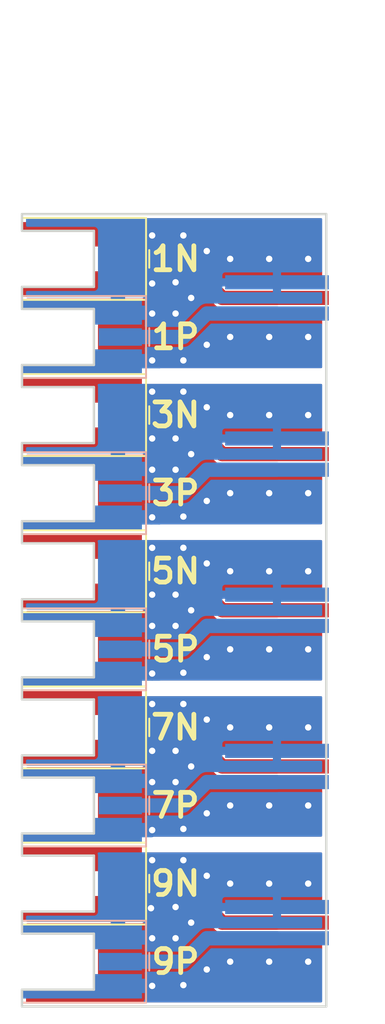
<source format=kicad_pcb>
(kicad_pcb (version 20171130) (host pcbnew "(5.0.2)-1")

  (general
    (thickness 1.1938)
    (drawings 55)
    (tracks 173)
    (zones 0)
    (modules 15)
    (nets 16)
  )

  (page A4)
  (layers
    (0 F.Cu signal)
    (31 B.Cu signal)
    (32 B.Adhes user)
    (33 F.Adhes user)
    (34 B.Paste user)
    (35 F.Paste user)
    (36 B.SilkS user)
    (37 F.SilkS user)
    (38 B.Mask user)
    (39 F.Mask user)
    (40 Dwgs.User user)
    (41 Cmts.User user)
    (42 Eco1.User user)
    (43 Eco2.User user)
    (44 Edge.Cuts user)
    (45 Margin user)
    (46 B.CrtYd user)
    (47 F.CrtYd user)
    (48 B.Fab user)
    (49 F.Fab user)
  )

  (setup
    (last_trace_width 0.89662)
    (trace_clearance 0.1778)
    (zone_clearance 0.1778)
    (zone_45_only no)
    (trace_min 0.1524)
    (segment_width 0.15)
    (edge_width 0.15)
    (via_size 0.8)
    (via_drill 0.4)
    (via_min_size 0.4)
    (via_min_drill 0.3)
    (uvia_size 0.3)
    (uvia_drill 0.1)
    (uvias_allowed no)
    (uvia_min_size 0.2)
    (uvia_min_drill 0.1)
    (pcb_text_width 0.3)
    (pcb_text_size 1.5 1.5)
    (mod_edge_width 0.15)
    (mod_text_size 1 1)
    (mod_text_width 0.15)
    (pad_size 6.477 0.6604)
    (pad_drill 0)
    (pad_to_mask_clearance 0.051)
    (solder_mask_min_width 0.25)
    (aux_axis_origin 0 0)
    (grid_origin 143.990985 24.610985)
    (visible_elements 7FFFFFFF)
    (pcbplotparams
      (layerselection 0x010e0_ffffffff)
      (usegerberextensions false)
      (usegerberattributes false)
      (usegerberadvancedattributes false)
      (creategerberjobfile false)
      (excludeedgelayer true)
      (linewidth 0.100000)
      (plotframeref false)
      (viasonmask false)
      (mode 1)
      (useauxorigin false)
      (hpglpennumber 1)
      (hpglpenspeed 20)
      (hpglpendiameter 15.000000)
      (psnegative false)
      (psa4output false)
      (plotreference true)
      (plotvalue true)
      (plotinvisibletext false)
      (padsonsilk false)
      (subtractmaskfromsilk false)
      (outputformat 1)
      (mirror false)
      (drillshape 0)
      (scaleselection 1)
      (outputdirectory ""))
  )

  (net 0 "")
  (net 1 "Net-(J1-Pad1)")
  (net 2 "Net-(J1-Pad2)")
  (net 3 "Net-(J4-Pad1)")
  (net 4 "Net-(J4-Pad2)")
  (net 5 "Net-(J7-Pad1)")
  (net 6 "Net-(J7-Pad2)")
  (net 7 "Net-(J10-Pad1)")
  (net 8 "Net-(J10-Pad2)")
  (net 9 "Net-(J13-Pad1)")
  (net 10 "Net-(J13-Pad2)")
  (net 11 "Net-(J2-Pad2)")
  (net 12 "Net-(J5-Pad2)")
  (net 13 "Net-(J8-Pad2)")
  (net 14 "Net-(J11-Pad2)")
  (net 15 "Net-(J14-Pad2)")

  (net_class Default "This is the default net class."
    (clearance 0.1778)
    (trace_width 0.89662)
    (via_dia 0.8)
    (via_drill 0.4)
    (uvia_dia 0.3)
    (uvia_drill 0.1)
    (add_net "Net-(J1-Pad1)")
    (add_net "Net-(J1-Pad2)")
    (add_net "Net-(J10-Pad1)")
    (add_net "Net-(J10-Pad2)")
    (add_net "Net-(J11-Pad2)")
    (add_net "Net-(J13-Pad1)")
    (add_net "Net-(J13-Pad2)")
    (add_net "Net-(J14-Pad2)")
    (add_net "Net-(J2-Pad2)")
    (add_net "Net-(J4-Pad1)")
    (add_net "Net-(J4-Pad2)")
    (add_net "Net-(J5-Pad2)")
    (add_net "Net-(J7-Pad1)")
    (add_net "Net-(J7-Pad2)")
    (add_net "Net-(J8-Pad2)")
  )

  (module MMCX_2DD-100P:2xCoax_to_2DD (layer B.Cu) (tedit 5D6EAF3B) (tstamp 5D6E7B48)
    (at 156.189135 27.050615)
    (path /5D65383A)
    (fp_text reference J2 (at 0 -0.5) (layer B.SilkS) hide
      (effects (font (size 1 1) (thickness 0.15)) (justify mirror))
    )
    (fp_text value Conn_01x03_Male (at 0 0.5) (layer B.Fab)
      (effects (font (size 1 1) (thickness 0.15)) (justify mirror))
    )
    (pad 1 smd rect (at 0 0.975855) (size 6.477 0.88392) (layers B.Cu B.Paste B.Mask)
      (net 1 "Net-(J1-Pad1)") (thermal_gap 0.1778))
    (pad 2 smd rect (at 0 0) (size 6.477 0.88392) (layers F.Cu F.Paste F.Mask)
      (net 11 "Net-(J2-Pad2)") (thermal_gap 0.1778))
    (pad 3 smd rect (at 0 -0.975855) (size 6.477 0.88392) (layers B.Cu B.Paste B.Mask)
      (net 2 "Net-(J1-Pad2)") (thermal_gap 0.1778))
  )

  (module MMCX_2DD-100P:2xCoax_to_2DD (layer B.Cu) (tedit 5D6EAF3B) (tstamp 5D697428)
    (at 156.189135 36.809135)
    (path /5D6544DC)
    (fp_text reference J5 (at 0 -0.5) (layer B.SilkS) hide
      (effects (font (size 1 1) (thickness 0.15)) (justify mirror))
    )
    (fp_text value Conn_01x03_Male (at 0 0.5) (layer B.Fab)
      (effects (font (size 1 1) (thickness 0.15)) (justify mirror))
    )
    (pad 1 smd rect (at 0 0.975855) (size 6.477 0.88392) (layers B.Cu B.Paste B.Mask)
      (net 3 "Net-(J4-Pad1)") (thermal_gap 0.1778))
    (pad 2 smd rect (at 0 0) (size 6.477 0.88392) (layers F.Cu F.Paste F.Mask)
      (net 12 "Net-(J5-Pad2)") (thermal_gap 0.1778))
    (pad 3 smd rect (at 0 -0.975855) (size 6.477 0.88392) (layers B.Cu B.Paste B.Mask)
      (net 4 "Net-(J4-Pad2)") (thermal_gap 0.1778))
  )

  (module MMCX_2DD-100P:2xCoax_to_2DD (layer B.Cu) (tedit 5D6EAF3B) (tstamp 5D6EB249)
    (at 156.189135 46.567652)
    (path /5D654565)
    (fp_text reference J8 (at 0 -0.5) (layer B.SilkS) hide
      (effects (font (size 1 1) (thickness 0.15)) (justify mirror))
    )
    (fp_text value Conn_01x03_Male (at 0 0.5) (layer B.Fab)
      (effects (font (size 1 1) (thickness 0.15)) (justify mirror))
    )
    (pad 1 smd rect (at 0 0.975855) (size 6.477 0.88392) (layers B.Cu B.Paste B.Mask)
      (net 5 "Net-(J7-Pad1)") (thermal_gap 0.1778))
    (pad 2 smd rect (at 0 0) (size 6.477 0.88392) (layers F.Cu F.Paste F.Mask)
      (net 13 "Net-(J8-Pad2)") (thermal_gap 0.1778))
    (pad 3 smd rect (at 0 -0.975855) (size 6.477 0.88392) (layers B.Cu B.Paste B.Mask)
      (net 6 "Net-(J7-Pad2)") (thermal_gap 0.1778))
  )

  (module MMCX_2DD-100P:2xCoax_to_2DD (layer B.Cu) (tedit 5D6EAF3B) (tstamp 5D6902F8)
    (at 156.189135 56.326172)
    (path /5D65469F)
    (fp_text reference J11 (at 0 -0.5) (layer B.SilkS) hide
      (effects (font (size 1 1) (thickness 0.15)) (justify mirror))
    )
    (fp_text value Conn_01x03_Male (at 0 0.5) (layer B.Fab)
      (effects (font (size 1 1) (thickness 0.15)) (justify mirror))
    )
    (pad 1 smd rect (at 0 0.975855) (size 6.477 0.88392) (layers B.Cu B.Paste B.Mask)
      (net 7 "Net-(J10-Pad1)") (thermal_gap 0.1778))
    (pad 2 smd rect (at 0 0) (size 6.477 0.88392) (layers F.Cu F.Paste F.Mask)
      (net 14 "Net-(J11-Pad2)") (thermal_gap 0.1778))
    (pad 3 smd rect (at 0 -0.975855) (size 6.477 0.88392) (layers B.Cu B.Paste B.Mask)
      (net 8 "Net-(J10-Pad2)") (thermal_gap 0.1778))
  )

  (module MMCX_2DD-100P:2xCoax_to_2DD (layer B.Cu) (tedit 5D6EAF3B) (tstamp 5D6E7988)
    (at 156.189135 66.084698)
    (path /5D6546B6)
    (fp_text reference J14 (at 0 -0.5) (layer B.SilkS) hide
      (effects (font (size 1 1) (thickness 0.15)) (justify mirror))
    )
    (fp_text value Conn_01x03_Male (at 0 0.5) (layer B.Fab)
      (effects (font (size 1 1) (thickness 0.15)) (justify mirror))
    )
    (pad 1 smd rect (at 0 0.975855) (size 6.477 0.88392) (layers B.Cu B.Paste B.Mask)
      (net 9 "Net-(J13-Pad1)") (thermal_gap 0.1778))
    (pad 2 smd rect (at 0 0) (size 6.477 0.88392) (layers F.Cu F.Paste F.Mask)
      (net 15 "Net-(J14-Pad2)") (thermal_gap 0.1778))
    (pad 3 smd rect (at 0 -0.975855) (size 6.477 0.88392) (layers B.Cu B.Paste B.Mask)
      (net 10 "Net-(J13-Pad2)") (thermal_gap 0.1778))
  )

  (module MMCX_2DD-100P:MMCX_EndLaunch_47mil_50ohm (layer B.Cu) (tedit 5D66DFFE) (tstamp 5D684825)
    (at 143.990985 29.490245)
    (descr "Molex MMCX Horizontal Coaxial https://www.molex.com/pdm_docs/sd/734150961_sd.pdf")
    (tags "Molex MMCX Horizontal Coaxial")
    (path /5D65391A)
    (attr smd)
    (fp_text reference J1 (at 0 3.5) (layer B.SilkS) hide
      (effects (font (size 1 1) (thickness 0.15)) (justify mirror))
    )
    (fp_text value Conn_Coaxial (at 0 -3.5) (layer B.Fab)
      (effects (font (size 1 1) (thickness 0.15)) (justify mirror))
    )
    (fp_text user %R (at -1.55 0) (layer B.Fab)
      (effects (font (size 1 1) (thickness 0.15)) (justify mirror))
    )
    (fp_line (start 0.75 1.75) (end -3.75 1.75) (layer Dwgs.User) (width 0.1))
    (fp_line (start 0.75 -1.75) (end 0.75 1.75) (layer Dwgs.User) (width 0.1))
    (fp_line (start -3.75 -1.75) (end 0.75 -1.75) (layer Dwgs.User) (width 0.1))
    (fp_line (start 3.18 0) (end 3.68 0.5) (layer B.Fab) (width 0.1))
    (fp_line (start -3.75 2.25) (end 3.68 2.25) (layer B.Fab) (width 0.1))
    (fp_line (start -3.75 2.25) (end -3.75 -2.25) (layer B.Fab) (width 0.1))
    (fp_line (start 3.18 0) (end 3.68 -0.5) (layer B.Fab) (width 0.1))
    (fp_line (start 3.68 -2.25) (end 3.68 -0.5) (layer B.Fab) (width 0.1))
    (fp_line (start -3.75 -2.25) (end 3.68 -2.25) (layer B.Fab) (width 0.1))
    (fp_line (start -3.75 -1.75) (end -3.75 1.75) (layer Dwgs.User) (width 0.1))
    (fp_text user "PCB edge" (at -3.35 0 -90) (layer Dwgs.User)
      (effects (font (size 0.4 0.4) (thickness 0.06)))
    )
    (fp_line (start -3.69 2.56) (end 4.01 2.56) (layer B.SilkS) (width 0.12))
    (fp_line (start 4.01 -2.56) (end 4.01 2.56) (layer B.SilkS) (width 0.12))
    (fp_line (start -3.69 -2.56) (end 4.01 -2.56) (layer B.SilkS) (width 0.12))
    (fp_line (start 3.68 0.5) (end 3.68 2.25) (layer B.Fab) (width 0.1))
    (fp_line (start 4.21 0.55) (end 4.21 -0.55) (layer B.SilkS) (width 0.12))
    (fp_line (start -4.25 2.8) (end -4.25 -2.8) (layer B.CrtYd) (width 0.05))
    (fp_line (start 4.25 2.8) (end 4.25 -2.8) (layer B.CrtYd) (width 0.05))
    (fp_line (start -4.25 -2.8) (end 4.25 -2.8) (layer B.CrtYd) (width 0.05))
    (fp_line (start -4.25 2.8) (end 4.25 2.8) (layer B.CrtYd) (width 0.05))
    (pad 1 smd rect (at 2.4024 0) (size 2.6952 1.0922) (layers B.Cu B.Paste B.Mask)
      (net 1 "Net-(J1-Pad1)") (thermal_gap 0.2286))
    (pad 2 smd custom (at 2.25 1.53735) (size 3 1.5253) (layers B.Cu B.Paste B.Mask)
      (net 2 "Net-(J1-Pad2)") (zone_connect 0)
      (options (clearance outline) (anchor rect))
      (primitives
        (gr_poly (pts
           (xy -6 0.76265) (xy -6 0.21265) (xy -1.5 0.21265) (xy -1.5 0.76265)) (width 0))
      ))
    (pad 2 smd custom (at 2.25 -1.53735) (size 3 1.5253) (layers B.Cu B.Paste B.Mask)
      (net 2 "Net-(J1-Pad2)") (zone_connect 0)
      (options (clearance outline) (anchor rect))
      (primitives
        (gr_poly (pts
           (xy -6 -0.21265) (xy -6 -0.76265) (xy -1.5 -0.76265) (xy -1.5 -0.21265)) (width 0))
      ))
    (model ${KISYS3DMOD}/Connector_Coaxial.3dshapes/MMCX_Molex_73415-0961_Horizontal.wrl
      (at (xyz 0 0 0))
      (scale (xyz 1 1 1))
      (rotate (xyz 0 0 0))
    )
  )

  (module MMCX_2DD-100P:MMCX_EndLaunch_47mil_50ohm (layer F.Cu) (tedit 5D66E312) (tstamp 5D6AF100)
    (at 143.990985 24.610985)
    (descr "Molex MMCX Horizontal Coaxial https://www.molex.com/pdm_docs/sd/734150961_sd.pdf")
    (tags "Molex MMCX Horizontal Coaxial")
    (path /5D653942)
    (attr smd)
    (fp_text reference J3 (at 0 -3.5) (layer F.SilkS) hide
      (effects (font (size 1 1) (thickness 0.15)))
    )
    (fp_text value Conn_Coaxial (at 0 3.5) (layer F.Fab)
      (effects (font (size 1 1) (thickness 0.15)))
    )
    (fp_text user %R (at -1.55 0) (layer F.Fab)
      (effects (font (size 1 1) (thickness 0.15)))
    )
    (fp_line (start 0.75 -1.75) (end -3.75 -1.75) (layer Dwgs.User) (width 0.1))
    (fp_line (start 0.75 1.75) (end 0.75 -1.75) (layer Dwgs.User) (width 0.1))
    (fp_line (start -3.75 1.75) (end 0.75 1.75) (layer Dwgs.User) (width 0.1))
    (fp_line (start 3.18 0) (end 3.68 -0.5) (layer F.Fab) (width 0.1))
    (fp_line (start -3.75 -2.25) (end 3.68 -2.25) (layer F.Fab) (width 0.1))
    (fp_line (start -3.75 -2.25) (end -3.75 2.25) (layer F.Fab) (width 0.1))
    (fp_line (start 3.18 0) (end 3.68 0.5) (layer F.Fab) (width 0.1))
    (fp_line (start 3.68 2.25) (end 3.68 0.5) (layer F.Fab) (width 0.1))
    (fp_line (start -3.75 2.25) (end 3.68 2.25) (layer F.Fab) (width 0.1))
    (fp_line (start -3.75 1.75) (end -3.75 -1.75) (layer Dwgs.User) (width 0.1))
    (fp_text user "PCB edge" (at -3.35 0 90) (layer Dwgs.User)
      (effects (font (size 0.4 0.4) (thickness 0.06)))
    )
    (fp_line (start -3.69 -2.56) (end 4.01 -2.56) (layer F.SilkS) (width 0.12))
    (fp_line (start 4.01 2.56) (end 4.01 -2.56) (layer F.SilkS) (width 0.12))
    (fp_line (start -3.69 2.56) (end 4.01 2.56) (layer F.SilkS) (width 0.12))
    (fp_line (start 3.68 -0.5) (end 3.68 -2.25) (layer F.Fab) (width 0.1))
    (fp_line (start 4.21 -0.55) (end 4.21 0.55) (layer F.SilkS) (width 0.12))
    (fp_line (start -4.25 -2.8) (end -4.25 2.8) (layer F.CrtYd) (width 0.05))
    (fp_line (start 4.25 -2.8) (end 4.25 2.8) (layer F.CrtYd) (width 0.05))
    (fp_line (start -4.25 2.8) (end 4.25 2.8) (layer F.CrtYd) (width 0.05))
    (fp_line (start -4.25 -2.8) (end 4.25 -2.8) (layer F.CrtYd) (width 0.05))
    (pad 1 smd rect (at 2.4024 0) (size 2.6952 1.0922) (layers F.Cu F.Paste F.Mask)
      (net 11 "Net-(J2-Pad2)") (thermal_gap 0.2286))
    (pad 2 smd custom (at 2.25 -1.53735) (size 3 1.5253) (layers F.Cu F.Paste F.Mask)
      (net 2 "Net-(J1-Pad2)") (zone_connect 0)
      (options (clearance outline) (anchor rect))
      (primitives
        (gr_poly (pts
           (xy -6 -0.76265) (xy -6 -0.21265) (xy -1.5 -0.21265) (xy -1.5 -0.76265)) (width 0))
      ))
    (pad 2 smd custom (at 2.25 1.53735) (size 3 1.5253) (layers F.Cu F.Paste F.Mask)
      (net 2 "Net-(J1-Pad2)") (zone_connect 0)
      (options (clearance outline) (anchor rect))
      (primitives
        (gr_poly (pts
           (xy -6 0.21265) (xy -6 0.76265) (xy -1.5 0.76265) (xy -1.5 0.21265)) (width 0))
      ))
    (model ${KISYS3DMOD}/Connector_Coaxial.3dshapes/MMCX_Molex_73415-0961_Horizontal.wrl
      (at (xyz 0 0 0))
      (scale (xyz 1 1 1))
      (rotate (xyz 0 0 0))
    )
  )

  (module MMCX_2DD-100P:MMCX_EndLaunch_47mil_50ohm (layer B.Cu) (tedit 5D66E009) (tstamp 5D6AF11B)
    (at 143.990985 39.248765)
    (descr "Molex MMCX Horizontal Coaxial https://www.molex.com/pdm_docs/sd/734150961_sd.pdf")
    (tags "Molex MMCX Horizontal Coaxial")
    (path /5D6544E2)
    (attr smd)
    (fp_text reference J4 (at 0 3.5) (layer B.SilkS) hide
      (effects (font (size 1 1) (thickness 0.15)) (justify mirror))
    )
    (fp_text value Conn_Coaxial (at 0 -3.5) (layer B.Fab)
      (effects (font (size 1 1) (thickness 0.15)) (justify mirror))
    )
    (fp_line (start -4.25 2.8) (end 4.25 2.8) (layer B.CrtYd) (width 0.05))
    (fp_line (start -4.25 -2.8) (end 4.25 -2.8) (layer B.CrtYd) (width 0.05))
    (fp_line (start 4.25 2.8) (end 4.25 -2.8) (layer B.CrtYd) (width 0.05))
    (fp_line (start -4.25 2.8) (end -4.25 -2.8) (layer B.CrtYd) (width 0.05))
    (fp_line (start 4.21 0.55) (end 4.21 -0.55) (layer B.SilkS) (width 0.12))
    (fp_line (start 3.68 0.5) (end 3.68 2.25) (layer B.Fab) (width 0.1))
    (fp_line (start -3.69 -2.56) (end 4.01 -2.56) (layer B.SilkS) (width 0.12))
    (fp_line (start 4.01 -2.56) (end 4.01 2.56) (layer B.SilkS) (width 0.12))
    (fp_line (start -3.69 2.56) (end 4.01 2.56) (layer B.SilkS) (width 0.12))
    (fp_text user "PCB edge" (at -3.35 0 -90) (layer Dwgs.User)
      (effects (font (size 0.4 0.4) (thickness 0.06)))
    )
    (fp_line (start -3.75 -1.75) (end -3.75 1.75) (layer Dwgs.User) (width 0.1))
    (fp_line (start -3.75 -2.25) (end 3.68 -2.25) (layer B.Fab) (width 0.1))
    (fp_line (start 3.68 -2.25) (end 3.68 -0.5) (layer B.Fab) (width 0.1))
    (fp_line (start 3.18 0) (end 3.68 -0.5) (layer B.Fab) (width 0.1))
    (fp_line (start -3.75 2.25) (end -3.75 -2.25) (layer B.Fab) (width 0.1))
    (fp_line (start -3.75 2.25) (end 3.68 2.25) (layer B.Fab) (width 0.1))
    (fp_line (start 3.18 0) (end 3.68 0.5) (layer B.Fab) (width 0.1))
    (fp_line (start -3.75 -1.75) (end 0.75 -1.75) (layer Dwgs.User) (width 0.1))
    (fp_line (start 0.75 -1.75) (end 0.75 1.75) (layer Dwgs.User) (width 0.1))
    (fp_line (start 0.75 1.75) (end -3.75 1.75) (layer Dwgs.User) (width 0.1))
    (fp_text user %R (at -1.55 0) (layer B.Fab)
      (effects (font (size 1 1) (thickness 0.15)) (justify mirror))
    )
    (pad 2 smd custom (at 2.25 -1.53735) (size 3 1.5253) (layers B.Cu B.Paste B.Mask)
      (net 4 "Net-(J4-Pad2)") (zone_connect 0)
      (options (clearance outline) (anchor rect))
      (primitives
        (gr_poly (pts
           (xy -6 -0.21265) (xy -6 -0.76265) (xy -1.5 -0.76265) (xy -1.5 -0.21265)) (width 0))
      ))
    (pad 2 smd custom (at 2.25 1.53735) (size 3 1.5253) (layers B.Cu B.Paste B.Mask)
      (net 4 "Net-(J4-Pad2)") (zone_connect 0)
      (options (clearance outline) (anchor rect))
      (primitives
        (gr_poly (pts
           (xy -6 0.76265) (xy -6 0.21265) (xy -1.5 0.21265) (xy -1.5 0.76265)) (width 0))
      ))
    (pad 1 smd rect (at 2.4024 0) (size 2.6952 1.0922) (layers B.Cu B.Paste B.Mask)
      (net 3 "Net-(J4-Pad1)") (thermal_gap 0.2286))
    (model ${KISYS3DMOD}/Connector_Coaxial.3dshapes/MMCX_Molex_73415-0961_Horizontal.wrl
      (at (xyz 0 0 0))
      (scale (xyz 1 1 1))
      (rotate (xyz 0 0 0))
    )
  )

  (module MMCX_2DD-100P:MMCX_EndLaunch_47mil_50ohm (layer F.Cu) (tedit 5D67CB83) (tstamp 5D6AF136)
    (at 143.990985 34.369505)
    (descr "Molex MMCX Horizontal Coaxial https://www.molex.com/pdm_docs/sd/734150961_sd.pdf")
    (tags "Molex MMCX Horizontal Coaxial")
    (path /5D6544E8)
    (attr smd)
    (fp_text reference J6 (at 0 -3.5) (layer F.SilkS) hide
      (effects (font (size 1 1) (thickness 0.15)))
    )
    (fp_text value Conn_Coaxial (at 0 3.5) (layer F.Fab)
      (effects (font (size 1 1) (thickness 0.15)))
    )
    (fp_line (start -4.25 -2.8) (end 4.25 -2.8) (layer F.CrtYd) (width 0.05))
    (fp_line (start -4.25 2.8) (end 4.25 2.8) (layer F.CrtYd) (width 0.05))
    (fp_line (start 4.25 -2.8) (end 4.25 2.8) (layer F.CrtYd) (width 0.05))
    (fp_line (start -4.25 -2.8) (end -4.25 2.8) (layer F.CrtYd) (width 0.05))
    (fp_line (start 4.21 -0.55) (end 4.21 0.55) (layer F.SilkS) (width 0.12))
    (fp_line (start 3.68 -0.5) (end 3.68 -2.25) (layer F.Fab) (width 0.1))
    (fp_line (start -3.69 2.56) (end 4.01 2.56) (layer F.SilkS) (width 0.12))
    (fp_line (start 4.01 2.56) (end 4.01 -2.56) (layer F.SilkS) (width 0.12))
    (fp_line (start -3.69 -2.56) (end 4.01 -2.56) (layer F.SilkS) (width 0.12))
    (fp_text user "PCB edge" (at -3.35 0 90) (layer Dwgs.User)
      (effects (font (size 0.4 0.4) (thickness 0.06)))
    )
    (fp_line (start -3.75 1.75) (end -3.75 -1.75) (layer Dwgs.User) (width 0.1))
    (fp_line (start -3.75 2.25) (end 3.68 2.25) (layer F.Fab) (width 0.1))
    (fp_line (start 3.68 2.25) (end 3.68 0.5) (layer F.Fab) (width 0.1))
    (fp_line (start 3.18 0) (end 3.68 0.5) (layer F.Fab) (width 0.1))
    (fp_line (start -3.75 -2.25) (end -3.75 2.25) (layer F.Fab) (width 0.1))
    (fp_line (start -3.75 -2.25) (end 3.68 -2.25) (layer F.Fab) (width 0.1))
    (fp_line (start 3.18 0) (end 3.68 -0.5) (layer F.Fab) (width 0.1))
    (fp_line (start -3.75 1.75) (end 0.75 1.75) (layer Dwgs.User) (width 0.1))
    (fp_line (start 0.75 1.75) (end 0.75 -1.75) (layer Dwgs.User) (width 0.1))
    (fp_line (start 0.75 -1.75) (end -3.75 -1.75) (layer Dwgs.User) (width 0.1))
    (fp_text user %R (at -1.55 0) (layer F.Fab)
      (effects (font (size 1 1) (thickness 0.15)))
    )
    (pad 2 smd custom (at 2.25 1.53735) (size 3 1.5253) (layers F.Cu F.Paste F.Mask)
      (net 4 "Net-(J4-Pad2)") (zone_connect 0)
      (options (clearance outline) (anchor rect))
      (primitives
        (gr_poly (pts
           (xy -6 0.21265) (xy -6 0.76265) (xy -1.5 0.76265) (xy -1.5 0.21265)) (width 0))
      ))
    (pad 2 smd custom (at 2.25 -1.53735) (size 3 1.5253) (layers F.Cu F.Paste F.Mask)
      (net 4 "Net-(J4-Pad2)") (zone_connect 0)
      (options (clearance outline) (anchor rect))
      (primitives
        (gr_poly (pts
           (xy -6 -0.76265) (xy -6 -0.21265) (xy -1.5 -0.21265) (xy -1.5 -0.76265)) (width 0))
      ))
    (pad 1 smd rect (at 2.4024 0) (size 2.6952 1.0922) (layers F.Cu F.Paste F.Mask)
      (net 12 "Net-(J5-Pad2)") (thermal_gap 0.2286))
    (model ${KISYS3DMOD}/Connector_Coaxial.3dshapes/MMCX_Molex_73415-0961_Horizontal.wrl
      (at (xyz 0 0 0))
      (scale (xyz 1 1 1))
      (rotate (xyz 0 0 0))
    )
  )

  (module MMCX_2DD-100P:MMCX_EndLaunch_47mil_50ohm (layer B.Cu) (tedit 5D66E010) (tstamp 5D6AF151)
    (at 143.990985 49.007285)
    (descr "Molex MMCX Horizontal Coaxial https://www.molex.com/pdm_docs/sd/734150961_sd.pdf")
    (tags "Molex MMCX Horizontal Coaxial")
    (path /5D65456B)
    (attr smd)
    (fp_text reference J7 (at 0 3.5) (layer B.SilkS) hide
      (effects (font (size 1 1) (thickness 0.15)) (justify mirror))
    )
    (fp_text value Conn_Coaxial (at 0 -3.5) (layer B.Fab)
      (effects (font (size 1 1) (thickness 0.15)) (justify mirror))
    )
    (fp_line (start -4.25 2.8) (end 4.25 2.8) (layer B.CrtYd) (width 0.05))
    (fp_line (start -4.25 -2.8) (end 4.25 -2.8) (layer B.CrtYd) (width 0.05))
    (fp_line (start 4.25 2.8) (end 4.25 -2.8) (layer B.CrtYd) (width 0.05))
    (fp_line (start -4.25 2.8) (end -4.25 -2.8) (layer B.CrtYd) (width 0.05))
    (fp_line (start 4.21 0.55) (end 4.21 -0.55) (layer B.SilkS) (width 0.12))
    (fp_line (start 3.68 0.5) (end 3.68 2.25) (layer B.Fab) (width 0.1))
    (fp_line (start -3.69 -2.56) (end 4.01 -2.56) (layer B.SilkS) (width 0.12))
    (fp_line (start 4.01 -2.56) (end 4.01 2.56) (layer B.SilkS) (width 0.12))
    (fp_line (start -3.69 2.56) (end 4.01 2.56) (layer B.SilkS) (width 0.12))
    (fp_text user "PCB edge" (at -3.35 0 -90) (layer Dwgs.User)
      (effects (font (size 0.4 0.4) (thickness 0.06)))
    )
    (fp_line (start -3.75 -1.75) (end -3.75 1.75) (layer Dwgs.User) (width 0.1))
    (fp_line (start -3.75 -2.25) (end 3.68 -2.25) (layer B.Fab) (width 0.1))
    (fp_line (start 3.68 -2.25) (end 3.68 -0.5) (layer B.Fab) (width 0.1))
    (fp_line (start 3.18 0) (end 3.68 -0.5) (layer B.Fab) (width 0.1))
    (fp_line (start -3.75 2.25) (end -3.75 -2.25) (layer B.Fab) (width 0.1))
    (fp_line (start -3.75 2.25) (end 3.68 2.25) (layer B.Fab) (width 0.1))
    (fp_line (start 3.18 0) (end 3.68 0.5) (layer B.Fab) (width 0.1))
    (fp_line (start -3.75 -1.75) (end 0.75 -1.75) (layer Dwgs.User) (width 0.1))
    (fp_line (start 0.75 -1.75) (end 0.75 1.75) (layer Dwgs.User) (width 0.1))
    (fp_line (start 0.75 1.75) (end -3.75 1.75) (layer Dwgs.User) (width 0.1))
    (fp_text user %R (at -1.55 0) (layer B.Fab)
      (effects (font (size 1 1) (thickness 0.15)) (justify mirror))
    )
    (pad 2 smd custom (at 2.25 -1.53735) (size 3 1.5253) (layers B.Cu B.Paste B.Mask)
      (net 6 "Net-(J7-Pad2)") (zone_connect 0)
      (options (clearance outline) (anchor rect))
      (primitives
        (gr_poly (pts
           (xy -6 -0.21265) (xy -6 -0.76265) (xy -1.5 -0.76265) (xy -1.5 -0.21265)) (width 0))
      ))
    (pad 2 smd custom (at 2.25 1.53735) (size 3 1.5253) (layers B.Cu B.Paste B.Mask)
      (net 6 "Net-(J7-Pad2)") (zone_connect 0)
      (options (clearance outline) (anchor rect))
      (primitives
        (gr_poly (pts
           (xy -6 0.76265) (xy -6 0.21265) (xy -1.5 0.21265) (xy -1.5 0.76265)) (width 0))
      ))
    (pad 1 smd rect (at 2.4024 0) (size 2.6952 1.0922) (layers B.Cu B.Paste B.Mask)
      (net 5 "Net-(J7-Pad1)") (thermal_gap 0.2286))
    (model ${KISYS3DMOD}/Connector_Coaxial.3dshapes/MMCX_Molex_73415-0961_Horizontal.wrl
      (at (xyz 0 0 0))
      (scale (xyz 1 1 1))
      (rotate (xyz 0 0 0))
    )
  )

  (module MMCX_2DD-100P:MMCX_EndLaunch_47mil_50ohm (layer F.Cu) (tedit 5D67CB7D) (tstamp 5D6AF16C)
    (at 143.990985 44.128025)
    (descr "Molex MMCX Horizontal Coaxial https://www.molex.com/pdm_docs/sd/734150961_sd.pdf")
    (tags "Molex MMCX Horizontal Coaxial")
    (path /5D654571)
    (attr smd)
    (fp_text reference J9 (at 0 -3.5) (layer F.SilkS) hide
      (effects (font (size 1 1) (thickness 0.15)))
    )
    (fp_text value Conn_Coaxial (at 0 3.5) (layer F.Fab)
      (effects (font (size 1 1) (thickness 0.15)))
    )
    (fp_line (start -4.25 -2.8) (end 4.25 -2.8) (layer F.CrtYd) (width 0.05))
    (fp_line (start -4.25 2.8) (end 4.25 2.8) (layer F.CrtYd) (width 0.05))
    (fp_line (start 4.25 -2.8) (end 4.25 2.8) (layer F.CrtYd) (width 0.05))
    (fp_line (start -4.25 -2.8) (end -4.25 2.8) (layer F.CrtYd) (width 0.05))
    (fp_line (start 4.21 -0.55) (end 4.21 0.55) (layer F.SilkS) (width 0.12))
    (fp_line (start 3.68 -0.5) (end 3.68 -2.25) (layer F.Fab) (width 0.1))
    (fp_line (start -3.69 2.56) (end 4.01 2.56) (layer F.SilkS) (width 0.12))
    (fp_line (start 4.01 2.56) (end 4.01 -2.56) (layer F.SilkS) (width 0.12))
    (fp_line (start -3.69 -2.56) (end 4.01 -2.56) (layer F.SilkS) (width 0.12))
    (fp_text user "PCB edge" (at -3.35 0 90) (layer Dwgs.User)
      (effects (font (size 0.4 0.4) (thickness 0.06)))
    )
    (fp_line (start -3.75 1.75) (end -3.75 -1.75) (layer Dwgs.User) (width 0.1))
    (fp_line (start -3.75 2.25) (end 3.68 2.25) (layer F.Fab) (width 0.1))
    (fp_line (start 3.68 2.25) (end 3.68 0.5) (layer F.Fab) (width 0.1))
    (fp_line (start 3.18 0) (end 3.68 0.5) (layer F.Fab) (width 0.1))
    (fp_line (start -3.75 -2.25) (end -3.75 2.25) (layer F.Fab) (width 0.1))
    (fp_line (start -3.75 -2.25) (end 3.68 -2.25) (layer F.Fab) (width 0.1))
    (fp_line (start 3.18 0) (end 3.68 -0.5) (layer F.Fab) (width 0.1))
    (fp_line (start -3.75 1.75) (end 0.75 1.75) (layer Dwgs.User) (width 0.1))
    (fp_line (start 0.75 1.75) (end 0.75 -1.75) (layer Dwgs.User) (width 0.1))
    (fp_line (start 0.75 -1.75) (end -3.75 -1.75) (layer Dwgs.User) (width 0.1))
    (fp_text user %R (at -1.55 0) (layer F.Fab)
      (effects (font (size 1 1) (thickness 0.15)))
    )
    (pad 2 smd custom (at 2.25 1.53735) (size 3 1.5253) (layers F.Cu F.Paste F.Mask)
      (net 6 "Net-(J7-Pad2)") (zone_connect 0)
      (options (clearance outline) (anchor rect))
      (primitives
        (gr_poly (pts
           (xy -6 0.21265) (xy -6 0.76265) (xy -1.5 0.76265) (xy -1.5 0.21265)) (width 0))
      ))
    (pad 2 smd custom (at 2.25 -1.53735) (size 3 1.5253) (layers F.Cu F.Paste F.Mask)
      (net 6 "Net-(J7-Pad2)") (zone_connect 0)
      (options (clearance outline) (anchor rect))
      (primitives
        (gr_poly (pts
           (xy -6 -0.76265) (xy -6 -0.21265) (xy -1.5 -0.21265) (xy -1.5 -0.76265)) (width 0))
      ))
    (pad 1 smd rect (at 2.4024 0) (size 2.6952 1.0922) (layers F.Cu F.Paste F.Mask)
      (net 13 "Net-(J8-Pad2)") (thermal_gap 0.2286))
    (model ${KISYS3DMOD}/Connector_Coaxial.3dshapes/MMCX_Molex_73415-0961_Horizontal.wrl
      (at (xyz 0 0 0))
      (scale (xyz 1 1 1))
      (rotate (xyz 0 0 0))
    )
  )

  (module MMCX_2DD-100P:MMCX_EndLaunch_47mil_50ohm (layer B.Cu) (tedit 5D66E015) (tstamp 5D6AF187)
    (at 143.990985 58.765805)
    (descr "Molex MMCX Horizontal Coaxial https://www.molex.com/pdm_docs/sd/734150961_sd.pdf")
    (tags "Molex MMCX Horizontal Coaxial")
    (path /5D6546A5)
    (attr smd)
    (fp_text reference J10 (at 0 3.5) (layer B.SilkS) hide
      (effects (font (size 1 1) (thickness 0.15)) (justify mirror))
    )
    (fp_text value Conn_Coaxial (at 0 -3.5) (layer B.Fab)
      (effects (font (size 1 1) (thickness 0.15)) (justify mirror))
    )
    (fp_line (start -4.25 2.8) (end 4.25 2.8) (layer B.CrtYd) (width 0.05))
    (fp_line (start -4.25 -2.8) (end 4.25 -2.8) (layer B.CrtYd) (width 0.05))
    (fp_line (start 4.25 2.8) (end 4.25 -2.8) (layer B.CrtYd) (width 0.05))
    (fp_line (start -4.25 2.8) (end -4.25 -2.8) (layer B.CrtYd) (width 0.05))
    (fp_line (start 4.21 0.55) (end 4.21 -0.55) (layer B.SilkS) (width 0.12))
    (fp_line (start 3.68 0.5) (end 3.68 2.25) (layer B.Fab) (width 0.1))
    (fp_line (start -3.69 -2.56) (end 4.01 -2.56) (layer B.SilkS) (width 0.12))
    (fp_line (start 4.01 -2.56) (end 4.01 2.56) (layer B.SilkS) (width 0.12))
    (fp_line (start -3.69 2.56) (end 4.01 2.56) (layer B.SilkS) (width 0.12))
    (fp_text user "PCB edge" (at -3.35 0 -90) (layer Dwgs.User)
      (effects (font (size 0.4 0.4) (thickness 0.06)))
    )
    (fp_line (start -3.75 -1.75) (end -3.75 1.75) (layer Dwgs.User) (width 0.1))
    (fp_line (start -3.75 -2.25) (end 3.68 -2.25) (layer B.Fab) (width 0.1))
    (fp_line (start 3.68 -2.25) (end 3.68 -0.5) (layer B.Fab) (width 0.1))
    (fp_line (start 3.18 0) (end 3.68 -0.5) (layer B.Fab) (width 0.1))
    (fp_line (start -3.75 2.25) (end -3.75 -2.25) (layer B.Fab) (width 0.1))
    (fp_line (start -3.75 2.25) (end 3.68 2.25) (layer B.Fab) (width 0.1))
    (fp_line (start 3.18 0) (end 3.68 0.5) (layer B.Fab) (width 0.1))
    (fp_line (start -3.75 -1.75) (end 0.75 -1.75) (layer Dwgs.User) (width 0.1))
    (fp_line (start 0.75 -1.75) (end 0.75 1.75) (layer Dwgs.User) (width 0.1))
    (fp_line (start 0.75 1.75) (end -3.75 1.75) (layer Dwgs.User) (width 0.1))
    (fp_text user %R (at -1.55 0) (layer B.Fab)
      (effects (font (size 1 1) (thickness 0.15)) (justify mirror))
    )
    (pad 2 smd custom (at 2.25 -1.53735) (size 3 1.5253) (layers B.Cu B.Paste B.Mask)
      (net 8 "Net-(J10-Pad2)") (zone_connect 0)
      (options (clearance outline) (anchor rect))
      (primitives
        (gr_poly (pts
           (xy -6 -0.21265) (xy -6 -0.76265) (xy -1.5 -0.76265) (xy -1.5 -0.21265)) (width 0))
      ))
    (pad 2 smd custom (at 2.25 1.53735) (size 3 1.5253) (layers B.Cu B.Paste B.Mask)
      (net 8 "Net-(J10-Pad2)") (zone_connect 0)
      (options (clearance outline) (anchor rect))
      (primitives
        (gr_poly (pts
           (xy -6 0.76265) (xy -6 0.21265) (xy -1.5 0.21265) (xy -1.5 0.76265)) (width 0))
      ))
    (pad 1 smd rect (at 2.4024 0) (size 2.6952 1.0922) (layers B.Cu B.Paste B.Mask)
      (net 7 "Net-(J10-Pad1)") (thermal_gap 0.2286))
    (model ${KISYS3DMOD}/Connector_Coaxial.3dshapes/MMCX_Molex_73415-0961_Horizontal.wrl
      (at (xyz 0 0 0))
      (scale (xyz 1 1 1))
      (rotate (xyz 0 0 0))
    )
  )

  (module MMCX_2DD-100P:MMCX_EndLaunch_47mil_50ohm (layer F.Cu) (tedit 5D67CB6E) (tstamp 5D682137)
    (at 143.990985 53.886545)
    (descr "Molex MMCX Horizontal Coaxial https://www.molex.com/pdm_docs/sd/734150961_sd.pdf")
    (tags "Molex MMCX Horizontal Coaxial")
    (path /5D6546AB)
    (attr smd)
    (fp_text reference J12 (at 0 -3.5) (layer F.SilkS) hide
      (effects (font (size 1 1) (thickness 0.15)))
    )
    (fp_text value Conn_Coaxial (at 0 3.5) (layer F.Fab)
      (effects (font (size 1 1) (thickness 0.15)))
    )
    (fp_line (start -4.25 -2.8) (end 4.25 -2.8) (layer F.CrtYd) (width 0.05))
    (fp_line (start -4.25 2.8) (end 4.25 2.8) (layer F.CrtYd) (width 0.05))
    (fp_line (start 4.25 -2.8) (end 4.25 2.8) (layer F.CrtYd) (width 0.05))
    (fp_line (start -4.25 -2.8) (end -4.25 2.8) (layer F.CrtYd) (width 0.05))
    (fp_line (start 4.21 -0.55) (end 4.21 0.55) (layer F.SilkS) (width 0.12))
    (fp_line (start 3.68 -0.5) (end 3.68 -2.25) (layer F.Fab) (width 0.1))
    (fp_line (start -3.69 2.56) (end 4.01 2.56) (layer F.SilkS) (width 0.12))
    (fp_line (start 4.01 2.56) (end 4.01 -2.56) (layer F.SilkS) (width 0.12))
    (fp_line (start -3.69 -2.56) (end 4.01 -2.56) (layer F.SilkS) (width 0.12))
    (fp_text user "PCB edge" (at -3.35 0 90) (layer Dwgs.User)
      (effects (font (size 0.4 0.4) (thickness 0.06)))
    )
    (fp_line (start -3.75 1.75) (end -3.75 -1.75) (layer Dwgs.User) (width 0.1))
    (fp_line (start -3.75 2.25) (end 3.68 2.25) (layer F.Fab) (width 0.1))
    (fp_line (start 3.68 2.25) (end 3.68 0.5) (layer F.Fab) (width 0.1))
    (fp_line (start 3.18 0) (end 3.68 0.5) (layer F.Fab) (width 0.1))
    (fp_line (start -3.75 -2.25) (end -3.75 2.25) (layer F.Fab) (width 0.1))
    (fp_line (start -3.75 -2.25) (end 3.68 -2.25) (layer F.Fab) (width 0.1))
    (fp_line (start 3.18 0) (end 3.68 -0.5) (layer F.Fab) (width 0.1))
    (fp_line (start -3.75 1.75) (end 0.75 1.75) (layer Dwgs.User) (width 0.1))
    (fp_line (start 0.75 1.75) (end 0.75 -1.75) (layer Dwgs.User) (width 0.1))
    (fp_line (start 0.75 -1.75) (end -3.75 -1.75) (layer Dwgs.User) (width 0.1))
    (fp_text user %R (at -1.55 0) (layer F.Fab)
      (effects (font (size 1 1) (thickness 0.15)))
    )
    (pad 2 smd custom (at 2.25 1.53735) (size 3 1.5253) (layers F.Cu F.Paste F.Mask)
      (net 8 "Net-(J10-Pad2)") (zone_connect 0)
      (options (clearance outline) (anchor rect))
      (primitives
        (gr_poly (pts
           (xy -6 0.21265) (xy -6 0.76265) (xy -1.5 0.76265) (xy -1.5 0.21265)) (width 0))
      ))
    (pad 2 smd custom (at 2.25 -1.53735) (size 3 1.5253) (layers F.Cu F.Paste F.Mask)
      (net 8 "Net-(J10-Pad2)") (zone_connect 0)
      (options (clearance outline) (anchor rect))
      (primitives
        (gr_poly (pts
           (xy -6 -0.76265) (xy -6 -0.21265) (xy -1.5 -0.21265) (xy -1.5 -0.76265)) (width 0))
      ))
    (pad 1 smd rect (at 2.4024 0) (size 2.6952 1.0922) (layers F.Cu F.Paste F.Mask)
      (net 14 "Net-(J11-Pad2)") (thermal_gap 0.2286))
    (model ${KISYS3DMOD}/Connector_Coaxial.3dshapes/MMCX_Molex_73415-0961_Horizontal.wrl
      (at (xyz 0 0 0))
      (scale (xyz 1 1 1))
      (rotate (xyz 0 0 0))
    )
  )

  (module MMCX_2DD-100P:MMCX_EndLaunch_47mil_50ohm (layer B.Cu) (tedit 5D66E01B) (tstamp 5D684A98)
    (at 143.990985 68.524325)
    (descr "Molex MMCX Horizontal Coaxial https://www.molex.com/pdm_docs/sd/734150961_sd.pdf")
    (tags "Molex MMCX Horizontal Coaxial")
    (path /5D6546BC)
    (attr smd)
    (fp_text reference J13 (at 0 3.5) (layer B.SilkS) hide
      (effects (font (size 1 1) (thickness 0.15)) (justify mirror))
    )
    (fp_text value Conn_Coaxial (at 0 -3.5) (layer B.Fab)
      (effects (font (size 1 1) (thickness 0.15)) (justify mirror))
    )
    (fp_line (start -4.25 2.8) (end 4.25 2.8) (layer B.CrtYd) (width 0.05))
    (fp_line (start -4.25 -2.8) (end 4.25 -2.8) (layer B.CrtYd) (width 0.05))
    (fp_line (start 4.25 2.8) (end 4.25 -2.8) (layer B.CrtYd) (width 0.05))
    (fp_line (start -4.25 2.8) (end -4.25 -2.8) (layer B.CrtYd) (width 0.05))
    (fp_line (start 4.21 0.55) (end 4.21 -0.55) (layer B.SilkS) (width 0.12))
    (fp_line (start 3.68 0.5) (end 3.68 2.25) (layer B.Fab) (width 0.1))
    (fp_line (start -3.69 -2.56) (end 4.01 -2.56) (layer B.SilkS) (width 0.12))
    (fp_line (start 4.01 -2.56) (end 4.01 2.56) (layer B.SilkS) (width 0.12))
    (fp_line (start -3.69 2.56) (end 4.01 2.56) (layer B.SilkS) (width 0.12))
    (fp_text user "PCB edge" (at -3.35 0 -90) (layer Dwgs.User)
      (effects (font (size 0.4 0.4) (thickness 0.06)))
    )
    (fp_line (start -3.75 -1.75) (end -3.75 1.75) (layer Dwgs.User) (width 0.1))
    (fp_line (start -3.75 -2.25) (end 3.68 -2.25) (layer B.Fab) (width 0.1))
    (fp_line (start 3.68 -2.25) (end 3.68 -0.5) (layer B.Fab) (width 0.1))
    (fp_line (start 3.18 0) (end 3.68 -0.5) (layer B.Fab) (width 0.1))
    (fp_line (start -3.75 2.25) (end -3.75 -2.25) (layer B.Fab) (width 0.1))
    (fp_line (start -3.75 2.25) (end 3.68 2.25) (layer B.Fab) (width 0.1))
    (fp_line (start 3.18 0) (end 3.68 0.5) (layer B.Fab) (width 0.1))
    (fp_line (start -3.75 -1.75) (end 0.75 -1.75) (layer Dwgs.User) (width 0.1))
    (fp_line (start 0.75 -1.75) (end 0.75 1.75) (layer Dwgs.User) (width 0.1))
    (fp_line (start 0.75 1.75) (end -3.75 1.75) (layer Dwgs.User) (width 0.1))
    (fp_text user %R (at -1.55 0) (layer B.Fab)
      (effects (font (size 1 1) (thickness 0.15)) (justify mirror))
    )
    (pad 2 smd custom (at 2.25 -1.53735) (size 3 1.5253) (layers B.Cu B.Paste B.Mask)
      (net 10 "Net-(J13-Pad2)") (zone_connect 0)
      (options (clearance outline) (anchor rect))
      (primitives
        (gr_poly (pts
           (xy -6 -0.21265) (xy -6 -0.76265) (xy -1.5 -0.76265) (xy -1.5 -0.21265)) (width 0))
      ))
    (pad 2 smd custom (at 2.25 1.53735) (size 3 1.5253) (layers B.Cu B.Paste B.Mask)
      (net 10 "Net-(J13-Pad2)") (zone_connect 0)
      (options (clearance outline) (anchor rect))
      (primitives
        (gr_poly (pts
           (xy -6 0.76265) (xy -6 0.21265) (xy -1.5 0.21265) (xy -1.5 0.76265)) (width 0))
      ))
    (pad 1 smd rect (at 2.4024 0) (size 2.6952 1.0922) (layers B.Cu B.Paste B.Mask)
      (net 9 "Net-(J13-Pad1)") (thermal_gap 0.2286))
    (model ${KISYS3DMOD}/Connector_Coaxial.3dshapes/MMCX_Molex_73415-0961_Horizontal.wrl
      (at (xyz 0 0 0))
      (scale (xyz 1 1 1))
      (rotate (xyz 0 0 0))
    )
  )

  (module MMCX_2DD-100P:MMCX_EndLaunch_47mil_50ohm (layer F.Cu) (tedit 5D67CB74) (tstamp 5D6821F6)
    (at 143.990985 63.645065)
    (descr "Molex MMCX Horizontal Coaxial https://www.molex.com/pdm_docs/sd/734150961_sd.pdf")
    (tags "Molex MMCX Horizontal Coaxial")
    (path /5D6546C2)
    (attr smd)
    (fp_text reference J15 (at 0 -3.5) (layer F.SilkS) hide
      (effects (font (size 1 1) (thickness 0.15)))
    )
    (fp_text value Conn_Coaxial (at 0 3.5) (layer F.Fab)
      (effects (font (size 1 1) (thickness 0.15)))
    )
    (fp_line (start -4.25 -2.8) (end 4.25 -2.8) (layer F.CrtYd) (width 0.05))
    (fp_line (start -4.25 2.8) (end 4.25 2.8) (layer F.CrtYd) (width 0.05))
    (fp_line (start 4.25 -2.8) (end 4.25 2.8) (layer F.CrtYd) (width 0.05))
    (fp_line (start -4.25 -2.8) (end -4.25 2.8) (layer F.CrtYd) (width 0.05))
    (fp_line (start 4.21 -0.55) (end 4.21 0.55) (layer F.SilkS) (width 0.12))
    (fp_line (start 3.68 -0.5) (end 3.68 -2.25) (layer F.Fab) (width 0.1))
    (fp_line (start -3.69 2.56) (end 4.01 2.56) (layer F.SilkS) (width 0.12))
    (fp_line (start 4.01 2.56) (end 4.01 -2.56) (layer F.SilkS) (width 0.12))
    (fp_line (start -3.69 -2.56) (end 4.01 -2.56) (layer F.SilkS) (width 0.12))
    (fp_text user "PCB edge" (at -3.35 0 90) (layer Dwgs.User)
      (effects (font (size 0.4 0.4) (thickness 0.06)))
    )
    (fp_line (start -3.75 1.75) (end -3.75 -1.75) (layer Dwgs.User) (width 0.1))
    (fp_line (start -3.75 2.25) (end 3.68 2.25) (layer F.Fab) (width 0.1))
    (fp_line (start 3.68 2.25) (end 3.68 0.5) (layer F.Fab) (width 0.1))
    (fp_line (start 3.18 0) (end 3.68 0.5) (layer F.Fab) (width 0.1))
    (fp_line (start -3.75 -2.25) (end -3.75 2.25) (layer F.Fab) (width 0.1))
    (fp_line (start -3.75 -2.25) (end 3.68 -2.25) (layer F.Fab) (width 0.1))
    (fp_line (start 3.18 0) (end 3.68 -0.5) (layer F.Fab) (width 0.1))
    (fp_line (start -3.75 1.75) (end 0.75 1.75) (layer Dwgs.User) (width 0.1))
    (fp_line (start 0.75 1.75) (end 0.75 -1.75) (layer Dwgs.User) (width 0.1))
    (fp_line (start 0.75 -1.75) (end -3.75 -1.75) (layer Dwgs.User) (width 0.1))
    (fp_text user %R (at -1.55 0) (layer F.Fab)
      (effects (font (size 1 1) (thickness 0.15)))
    )
    (pad 2 smd custom (at 2.25 1.53735) (size 3 1.5253) (layers F.Cu F.Paste F.Mask)
      (net 10 "Net-(J13-Pad2)") (zone_connect 0)
      (options (clearance outline) (anchor rect))
      (primitives
        (gr_poly (pts
           (xy -6 0.21265) (xy -6 0.76265) (xy -1.5 0.76265) (xy -1.5 0.21265)) (width 0))
      ))
    (pad 2 smd custom (at 2.25 -1.53735) (size 3 1.5253) (layers F.Cu F.Paste F.Mask)
      (net 10 "Net-(J13-Pad2)") (zone_connect 0)
      (options (clearance outline) (anchor rect))
      (primitives
        (gr_poly (pts
           (xy -6 -0.76265) (xy -6 -0.21265) (xy -1.5 -0.21265) (xy -1.5 -0.76265)) (width 0))
      ))
    (pad 1 smd rect (at 2.4024 0) (size 2.6952 1.0922) (layers F.Cu F.Paste F.Mask)
      (net 15 "Net-(J14-Pad2)") (thermal_gap 0.2286))
    (model ${KISYS3DMOD}/Connector_Coaxial.3dshapes/MMCX_Molex_73415-0961_Horizontal.wrl
      (at (xyz 0 0 0))
      (scale (xyz 1 1 1))
      (rotate (xyz 0 0 0))
    )
  )

  (gr_text 9P (at 149.846097 68.524325) (layer F.SilkS)
    (effects (font (size 1.5 1.5) (thickness 0.3)))
  )
  (gr_text 9N (at 149.846097 63.645065) (layer F.SilkS)
    (effects (font (size 1.5 1.5) (thickness 0.3)))
  )
  (gr_text 7P (at 149.846097 58.765805) (layer F.SilkS)
    (effects (font (size 1.5 1.5) (thickness 0.3)))
  )
  (gr_text 7N (at 149.846097 53.886545) (layer F.SilkS)
    (effects (font (size 1.5 1.5) (thickness 0.3)))
  )
  (gr_text 5P (at 149.846097 49.007285) (layer F.SilkS)
    (effects (font (size 1.5 1.5) (thickness 0.3)))
  )
  (gr_text 5N (at 149.846097 44.128025) (layer F.SilkS)
    (effects (font (size 1.5 1.5) (thickness 0.3)))
  )
  (gr_text 3P (at 149.846097 39.248765) (layer F.SilkS)
    (effects (font (size 1.5 1.5) (thickness 0.3)))
  )
  (gr_text 3N (at 149.846097 34.369505) (layer F.SilkS)
    (effects (font (size 1.5 1.5) (thickness 0.3)))
  )
  (gr_text 1P (at 149.846097 29.490245) (layer F.SilkS)
    (effects (font (size 1.5 1.5) (thickness 0.3)))
  )
  (gr_text 1N (at 149.846097 24.610985) (layer F.SilkS)
    (effects (font (size 1.5 1.5) (thickness 0.3)))
  )
  (gr_line (start 150.334023 68.036399) (end 150.334023 8.509427) (layer Dwgs.User) (width 0.15))
  (gr_line (start 140.241 21.811) (end 140.241 22.861) (layer Edge.Cuts) (width 0.15))
  (gr_line (start 140.241 70.274367) (end 140.241 71.3245) (layer Edge.Cuts) (width 0.15))
  (gr_line (start 140.241 65.395104) (end 140.241 66.774367) (layer Edge.Cuts) (width 0.15) (tstamp 5D681FBC))
  (gr_line (start 140.241 60.515841) (end 140.241 61.895104) (layer Edge.Cuts) (width 0.15) (tstamp 5D681FBB))
  (gr_line (start 140.241 55.636578) (end 140.241 57.015841) (layer Edge.Cuts) (width 0.15) (tstamp 5D681FBA))
  (gr_line (start 140.241 50.757315) (end 140.241 52.136578) (layer Edge.Cuts) (width 0.15) (tstamp 5D681FB9))
  (gr_line (start 140.241 45.878052) (end 140.241 47.257315) (layer Edge.Cuts) (width 0.15) (tstamp 5D681FB8))
  (gr_line (start 140.241 40.998789) (end 140.241 42.378052) (layer Edge.Cuts) (width 0.15) (tstamp 5D681FB7))
  (gr_line (start 140.241 36.119526) (end 140.241 37.498789) (layer Edge.Cuts) (width 0.15) (tstamp 5D681FB6))
  (gr_line (start 140.241 31.240263) (end 140.241 32.619526) (layer Edge.Cuts) (width 0.15) (tstamp 5D681FB5))
  (gr_line (start 140.241 26.361) (end 140.241 27.740263) (layer Edge.Cuts) (width 0.15))
  (gr_line (start 144.741 66.774367) (end 144.741 70.274367) (layer Edge.Cuts) (width 0.15) (tstamp 5D681F9C))
  (gr_line (start 144.741 61.895104) (end 144.741 65.395104) (layer Edge.Cuts) (width 0.15) (tstamp 5D681F9B))
  (gr_line (start 144.741 57.015841) (end 144.741 60.515841) (layer Edge.Cuts) (width 0.15) (tstamp 5D681F9A))
  (gr_line (start 144.741 52.136578) (end 144.741 55.636578) (layer Edge.Cuts) (width 0.15) (tstamp 5D681F99))
  (gr_line (start 144.741 47.257315) (end 144.741 50.757315) (layer Edge.Cuts) (width 0.15) (tstamp 5D681F98))
  (gr_line (start 144.741 42.378052) (end 144.741 45.878052) (layer Edge.Cuts) (width 0.15) (tstamp 5D681F97))
  (gr_line (start 144.741 37.498789) (end 144.741 40.998789) (layer Edge.Cuts) (width 0.15) (tstamp 5D681F96))
  (gr_line (start 144.741 32.619526) (end 144.741 36.119526) (layer Edge.Cuts) (width 0.15) (tstamp 5D681F95))
  (gr_line (start 144.741 27.740263) (end 144.741 31.240263) (layer Edge.Cuts) (width 0.15) (tstamp 5D681F94))
  (gr_line (start 140.241 70.274367) (end 144.741 70.274367) (layer Edge.Cuts) (width 0.15) (tstamp 5D681F93))
  (gr_line (start 140.241 65.395104) (end 144.741 65.395104) (layer Edge.Cuts) (width 0.15) (tstamp 5D681F92))
  (gr_line (start 140.241 60.515841) (end 144.741 60.515841) (layer Edge.Cuts) (width 0.15) (tstamp 5D681F91))
  (gr_line (start 140.241 55.636578) (end 144.741 55.636578) (layer Edge.Cuts) (width 0.15) (tstamp 5D681F90))
  (gr_line (start 140.241 50.757315) (end 144.741 50.757315) (layer Edge.Cuts) (width 0.15) (tstamp 5D681F8F))
  (gr_line (start 140.241 45.878052) (end 144.741 45.878052) (layer Edge.Cuts) (width 0.15) (tstamp 5D681F8E))
  (gr_line (start 140.241 40.998789) (end 144.741 40.998789) (layer Edge.Cuts) (width 0.15) (tstamp 5D681F8D))
  (gr_line (start 140.241 36.119526) (end 144.741 36.119526) (layer Edge.Cuts) (width 0.15) (tstamp 5D681F8C))
  (gr_line (start 140.241 31.240263) (end 144.741 31.240263) (layer Edge.Cuts) (width 0.15) (tstamp 5D681F8B))
  (gr_line (start 140.241 66.774367) (end 144.741 66.774367) (layer Edge.Cuts) (width 0.15) (tstamp 5D681F8A))
  (gr_line (start 140.241 61.895104) (end 144.741 61.895104) (layer Edge.Cuts) (width 0.15) (tstamp 5D681F89))
  (gr_line (start 140.241 57.015841) (end 144.741 57.015841) (layer Edge.Cuts) (width 0.15) (tstamp 5D681F88))
  (gr_line (start 140.241 52.136578) (end 144.741 52.136578) (layer Edge.Cuts) (width 0.15) (tstamp 5D681F87))
  (gr_line (start 140.241 47.257315) (end 144.741 47.257315) (layer Edge.Cuts) (width 0.15) (tstamp 5D681F86))
  (gr_line (start 140.241 42.378052) (end 144.741 42.378052) (layer Edge.Cuts) (width 0.15) (tstamp 5D681F85))
  (gr_line (start 140.241 37.498789) (end 144.741 37.498789) (layer Edge.Cuts) (width 0.15) (tstamp 5D681F84))
  (gr_line (start 140.241 32.619526) (end 144.741 32.619526) (layer Edge.Cuts) (width 0.15) (tstamp 5D681F83))
  (gr_line (start 140.241 27.740263) (end 144.741 27.740263) (layer Edge.Cuts) (width 0.15) (tstamp 5D681F82))
  (gr_line (start 144.741 22.861) (end 144.741 26.361) (layer Edge.Cuts) (width 0.15) (tstamp 5D681ED5))
  (gr_line (start 140.241 26.361) (end 144.741 26.361) (layer Edge.Cuts) (width 0.15) (tstamp 5D681ED8))
  (gr_line (start 140.241 22.861) (end 144.741 22.861) (layer Edge.Cuts) (width 0.15) (tstamp 5D681EDB))
  (gr_line (start 159.2707 21.811) (end 159.2707 71.3245) (layer Edge.Cuts) (width 0.15))
  (gr_line (start 140.241 21.811) (end 159.2707 21.811) (layer Edge.Cuts) (width 0.15))
  (gr_line (start 159.2707 71.3245) (end 140.241 71.3245) (layer Edge.Cuts) (width 0.15) (tstamp 5D6EB75C))

  (segment (start 150.334023 29.490245) (end 146.393385 29.490245) (width 0.89662) (layer B.Cu) (net 1))
  (segment (start 151.797798 28.02647) (end 156.189135 28.02647) (width 0.89662) (layer B.Cu) (net 1))
  (segment (start 150.334023 29.490245) (end 151.797798 28.02647) (width 0.89662) (layer B.Cu) (net 1))
  (via (at 148.382319 28.026467) (size 0.8) (drill 0.4) (layers F.Cu B.Cu) (net 2))
  (via (at 148.382319 23.147201) (size 0.8) (drill 0.4) (layers F.Cu B.Cu) (net 2) (tstamp 5D68FE7D))
  (segment (start 146.240985 27.64368) (end 146.240985 25.776467) (width 0.88392) (layer B.Cu) (net 2))
  (segment (start 146.240985 27.977911) (end 147.942949 27.977911) (width 0.89662) (layer B.Cu) (net 2))
  (segment (start 146.240985 31.002609) (end 148.821659 31.002609) (width 0.89662) (layer B.Cu) (net 2))
  (via (at 149.846097 26.074763) (size 0.8) (drill 0.4) (layers F.Cu B.Cu) (net 2))
  (via (at 150.334023 23.147207) (size 0.8) (drill 0.4) (layers F.Cu B.Cu) (net 2))
  (via (at 151.797801 24.123059) (size 0.8) (drill 0.4) (layers F.Cu B.Cu) (net 2))
  (segment (start 146.240985 26.148335) (end 146.240985 27.836841) (width 0.89662) (layer F.Cu) (net 2))
  (segment (start 148.821659 31.002609) (end 148.821659 31.002609) (width 0.89662) (layer B.Cu) (net 2) (tstamp 5D6903AC))
  (via (at 148.382319 30.954023) (size 0.8) (drill 0.4) (layers F.Cu B.Cu) (net 2))
  (segment (start 146.240985 26.148335) (end 148.308771 26.148335) (width 0.89662) (layer F.Cu) (net 2))
  (segment (start 148.308771 26.148335) (end 148.308771 26.148335) (width 0.89662) (layer F.Cu) (net 2) (tstamp 5D6903D4))
  (via (at 148.382319 26.148335) (size 0.8) (drill 0.4) (layers F.Cu B.Cu) (net 2))
  (segment (start 146.314551 23.147201) (end 146.240985 23.073635) (width 0.89662) (layer F.Cu) (net 2))
  (via (at 155.701209 24.610985) (size 0.8) (drill 0.4) (layers F.Cu B.Cu) (net 2))
  (segment (start 148.382319 23.147201) (end 146.314551 23.147201) (width 0.89662) (layer F.Cu) (net 2))
  (via (at 151.797801 29.978171) (size 0.8) (drill 0.4) (layers F.Cu B.Cu) (net 2))
  (via (at 150.334023 30.954023) (size 0.8) (drill 0.4) (layers F.Cu B.Cu) (net 2))
  (via (at 158.140839 24.610985) (size 0.8) (drill 0.4) (layers F.Cu B.Cu) (net 2))
  (segment (start 148.382319 23.147201) (end 148.438008 23.147201) (width 0.89662) (layer F.Cu) (net 2))
  (via (at 149.846097 28.026467) (size 0.8) (drill 0.4) (layers F.Cu B.Cu) (net 2))
  (via (at 153.261579 29.490245) (size 0.8) (drill 0.4) (layers F.Cu B.Cu) (net 2))
  (via (at 150.821949 27.050615) (size 0.8) (drill 0.4) (layers F.Cu B.Cu) (net 2))
  (via (at 155.701209 29.490245) (size 0.8) (drill 0.4) (layers F.Cu B.Cu) (net 2))
  (via (at 158.140839 29.490245) (size 0.8) (drill 0.4) (layers F.Cu B.Cu) (net 2))
  (via (at 153.261579 24.610985) (size 0.8) (drill 0.4) (layers F.Cu B.Cu) (net 2))
  (segment (start 150.334023 39.248765) (end 146.393385 39.248765) (width 0.89662) (layer B.Cu) (net 3))
  (segment (start 151.797798 37.78499) (end 156.189135 37.78499) (width 0.89662) (layer B.Cu) (net 3))
  (segment (start 150.334023 39.248765) (end 151.797798 37.78499) (width 0.89662) (layer B.Cu) (net 3))
  (segment (start 146.592695 36.321245) (end 146.240985 35.969535) (width 0.25) (layer F.Cu) (net 4))
  (segment (start 146.346115 36.321245) (end 146.240985 36.216115) (width 0.6604) (layer F.Cu) (net 4))
  (segment (start 146.240985 37.40223) (end 146.240985 36.022913) (width 0.88392) (layer B.Cu) (net 4))
  (segment (start 146.240985 36.022913) (end 146.430582 35.833316) (width 0.88392) (layer B.Cu) (net 4))
  (segment (start 146.240985 37.736461) (end 147.942919 37.736461) (width 0.89662) (layer B.Cu) (net 4))
  (segment (start 146.240985 40.761159) (end 148.333787 40.761159) (width 0.89662) (layer B.Cu) (net 4))
  (via (at 153.261579 39.248765) (size 0.8) (drill 0.4) (layers F.Cu B.Cu) (net 4))
  (via (at 155.701209 39.248765) (size 0.8) (drill 0.4) (layers F.Cu B.Cu) (net 4))
  (via (at 158.140839 39.248765) (size 0.8) (drill 0.4) (layers F.Cu B.Cu) (net 4))
  (segment (start 146.240985 35.906855) (end 146.240985 37.595401) (width 0.89662) (layer F.Cu) (net 4))
  (segment (start 148.821662 40.761159) (end 148.821662 40.761159) (width 0.89662) (layer B.Cu) (net 4) (tstamp 5D6903AE))
  (via (at 148.382319 32.905727) (size 0.8) (drill 0.4) (layers F.Cu B.Cu) (net 4))
  (via (at 148.382319 37.784987) (size 0.8) (drill 0.4) (layers F.Cu B.Cu) (net 4))
  (segment (start 148.333787 40.761159) (end 148.821662 40.761159) (width 0.89662) (layer B.Cu) (net 4) (tstamp 5D6903B6))
  (via (at 148.382319 40.761159) (size 0.8) (drill 0.4) (layers F.Cu B.Cu) (net 4))
  (via (at 148.382319 35.833283) (size 0.8) (drill 0.4) (layers F.Cu B.Cu) (net 4))
  (segment (start 146.314591 32.905761) (end 146.240985 32.832155) (width 0.89662) (layer F.Cu) (net 4))
  (segment (start 146.240985 35.906855) (end 148.308747 35.906855) (width 0.89662) (layer F.Cu) (net 4))
  (via (at 151.797801 33.881579) (size 0.8) (drill 0.4) (layers F.Cu B.Cu) (net 4))
  (segment (start 146.314557 32.905727) (end 146.240985 32.832155) (width 0.89662) (layer F.Cu) (net 4))
  (segment (start 148.382319 32.905727) (end 146.314557 32.905727) (width 0.89662) (layer F.Cu) (net 4))
  (via (at 151.797801 39.736691) (size 0.8) (drill 0.4) (layers F.Cu B.Cu) (net 4))
  (via (at 150.334023 40.712543) (size 0.8) (drill 0.4) (layers F.Cu B.Cu) (net 4))
  (segment (start 148.382319 32.905727) (end 148.438013 32.905727) (width 0.89662) (layer F.Cu) (net 4))
  (via (at 149.846097 37.784987) (size 0.8) (drill 0.4) (layers F.Cu B.Cu) (net 4))
  (via (at 149.846097 35.833283) (size 0.8) (drill 0.4) (layers F.Cu B.Cu) (net 4))
  (via (at 150.821949 36.809135) (size 0.8) (drill 0.4) (layers F.Cu B.Cu) (net 4))
  (via (at 150.334023 32.905727) (size 0.8) (drill 0.4) (layers F.Cu B.Cu) (net 4))
  (via (at 153.261579 34.369505) (size 0.8) (drill 0.4) (layers F.Cu B.Cu) (net 4))
  (via (at 155.701209 34.369505) (size 0.8) (drill 0.4) (layers F.Cu B.Cu) (net 4))
  (via (at 158.140839 34.369505) (size 0.8) (drill 0.4) (layers F.Cu B.Cu) (net 4))
  (segment (start 150.334023 49.007285) (end 146.393385 49.007285) (width 0.89662) (layer B.Cu) (net 5))
  (segment (start 151.797801 47.543507) (end 156.189135 47.543507) (width 0.89662) (layer B.Cu) (net 5))
  (segment (start 150.334023 49.007285) (end 151.797801 47.543507) (width 0.89662) (layer B.Cu) (net 5))
  (segment (start 146.346115 46.079795) (end 146.240985 45.974665) (width 0.6604) (layer F.Cu) (net 6))
  (segment (start 146.240985 47.16078) (end 146.240985 45.781433) (width 0.88392) (layer B.Cu) (net 6))
  (segment (start 146.240985 45.781433) (end 146.430549 45.591869) (width 0.88392) (layer B.Cu) (net 6))
  (segment (start 146.240985 47.495011) (end 147.942889 47.495011) (width 0.89662) (layer B.Cu) (net 6))
  (segment (start 146.240985 50.519709) (end 148.382319 50.519709) (width 0.89662) (layer B.Cu) (net 6))
  (via (at 153.261579 49.007285) (size 0.8) (drill 0.4) (layers F.Cu B.Cu) (net 6))
  (via (at 155.701209 49.007285) (size 0.8) (drill 0.4) (layers F.Cu B.Cu) (net 6))
  (via (at 158.140839 49.007285) (size 0.8) (drill 0.4) (layers F.Cu B.Cu) (net 6))
  (segment (start 146.240985 45.665375) (end 146.240985 47.353961) (width 0.89662) (layer F.Cu) (net 6))
  (via (at 148.382319 47.543507) (size 0.8) (drill 0.4) (layers F.Cu B.Cu) (net 6))
  (segment (start 146.240985 45.665375) (end 148.308851 45.665375) (width 0.89662) (layer F.Cu) (net 6))
  (segment (start 148.308851 45.665375) (end 148.308851 45.665375) (width 0.89662) (layer F.Cu) (net 6) (tstamp 5D6903D2))
  (via (at 148.382319 45.591803) (size 0.8) (drill 0.4) (layers F.Cu B.Cu) (net 6))
  (segment (start 146.314623 42.664313) (end 146.240985 42.590675) (width 0.89662) (layer F.Cu) (net 6))
  (via (at 151.797801 49.495211) (size 0.8) (drill 0.4) (layers F.Cu B.Cu) (net 6))
  (via (at 150.334023 50.471063) (size 0.8) (drill 0.4) (layers F.Cu B.Cu) (net 6))
  (via (at 149.846097 45.591803) (size 0.8) (drill 0.4) (layers F.Cu B.Cu) (net 6))
  (via (at 150.821949 46.567655) (size 0.8) (drill 0.4) (layers F.Cu B.Cu) (net 6))
  (segment (start 148.382319 50.519709) (end 148.821665 50.519709) (width 0.89662) (layer B.Cu) (net 6) (tstamp 5D6E89A4))
  (via (at 148.382319 50.519709) (size 0.8) (drill 0.4) (layers F.Cu B.Cu) (net 6))
  (segment (start 148.382319 42.664247) (end 148.438015 42.664247) (width 0.89662) (layer F.Cu) (net 6))
  (via (at 151.797801 43.640099) (size 0.8) (drill 0.4) (layers F.Cu B.Cu) (net 6))
  (segment (start 148.382319 42.664247) (end 146.314557 42.664247) (width 0.89662) (layer F.Cu) (net 6))
  (segment (start 146.314557 42.664247) (end 146.240985 42.590675) (width 0.89662) (layer F.Cu) (net 6))
  (via (at 148.382319 42.664247) (size 0.8) (drill 0.4) (layers F.Cu B.Cu) (net 6))
  (via (at 150.334023 42.664247) (size 0.8) (drill 0.4) (layers F.Cu B.Cu) (net 6))
  (via (at 153.261579 44.128025) (size 0.8) (drill 0.4) (layers F.Cu B.Cu) (net 6))
  (via (at 155.701209 44.128025) (size 0.8) (drill 0.4) (layers F.Cu B.Cu) (net 6))
  (via (at 158.140839 44.128025) (size 0.8) (drill 0.4) (layers F.Cu B.Cu) (net 6))
  (via (at 149.846097 47.543507) (size 0.8) (drill 0.4) (layers F.Cu B.Cu) (net 6))
  (segment (start 150.334023 58.765805) (end 146.393385 58.765805) (width 0.89662) (layer B.Cu) (net 7))
  (segment (start 151.797801 57.302027) (end 156.189135 57.302027) (width 0.89662) (layer B.Cu) (net 7))
  (segment (start 150.334023 58.765805) (end 151.797801 57.302027) (width 0.89662) (layer B.Cu) (net 7))
  (segment (start 146.346115 55.838345) (end 146.240985 55.733215) (width 0.6604) (layer F.Cu) (net 8))
  (segment (start 146.240985 57.27104) (end 146.240985 55.539953) (width 0.88392) (layer B.Cu) (net 8))
  (via (at 153.261579 58.765805) (size 0.8) (drill 0.4) (layers F.Cu B.Cu) (net 8))
  (via (at 155.701209 58.765805) (size 0.8) (drill 0.4) (layers F.Cu B.Cu) (net 8))
  (via (at 158.140839 58.765805) (size 0.8) (drill 0.4) (layers F.Cu B.Cu) (net 8))
  (segment (start 146.240985 60.303155) (end 148.308747 60.303155) (width 0.89662) (layer B.Cu) (net 8))
  (segment (start 146.240985 57.228455) (end 148.308747 57.228455) (width 0.89662) (layer B.Cu) (net 8))
  (segment (start 146.240985 55.423895) (end 146.240985 57.112521) (width 0.89662) (layer F.Cu) (net 8))
  (via (at 148.382319 57.302027) (size 0.8) (drill 0.4) (layers F.Cu B.Cu) (net 8))
  (segment (start 148.308747 60.303155) (end 148.308747 60.303155) (width 0.89662) (layer B.Cu) (net 8) (tstamp 5D6903BE))
  (via (at 148.382337 60.303155) (size 0.8) (drill 0.4) (layers F.Cu B.Cu) (net 8))
  (via (at 148.382337 52.422866) (size 0.8) (drill 0.4) (layers F.Cu B.Cu) (net 8))
  (segment (start 146.240985 55.423895) (end 148.308891 55.423895) (width 0.89662) (layer F.Cu) (net 8))
  (segment (start 148.308891 55.423895) (end 148.308891 55.423895) (width 0.89662) (layer F.Cu) (net 8) (tstamp 5D6903D0))
  (via (at 148.382319 55.350323) (size 0.8) (drill 0.4) (layers F.Cu B.Cu) (net 8))
  (via (at 149.846097 55.350323) (size 0.8) (drill 0.4) (layers F.Cu B.Cu) (net 8))
  (via (at 150.334023 60.229583) (size 0.8) (drill 0.4) (layers F.Cu B.Cu) (net 8))
  (via (at 151.797801 53.398619) (size 0.8) (drill 0.4) (layers F.Cu B.Cu) (net 8))
  (via (at 151.797801 59.253731) (size 0.8) (drill 0.4) (layers F.Cu B.Cu) (net 8))
  (segment (start 146.314656 52.422866) (end 146.240985 52.349195) (width 0.89662) (layer F.Cu) (net 8))
  (segment (start 148.382337 52.422866) (end 146.314656 52.422866) (width 0.89662) (layer F.Cu) (net 8))
  (segment (start 148.382337 52.422866) (end 148.438113 52.422866) (width 0.89662) (layer F.Cu) (net 8))
  (via (at 150.821949 56.326175) (size 0.8) (drill 0.4) (layers F.Cu B.Cu) (net 8))
  (via (at 150.334023 52.422767) (size 0.8) (drill 0.4) (layers F.Cu B.Cu) (net 8))
  (via (at 153.261579 53.886545) (size 0.8) (drill 0.4) (layers F.Cu B.Cu) (net 8))
  (via (at 155.701209 53.886545) (size 0.8) (drill 0.4) (layers F.Cu B.Cu) (net 8))
  (via (at 158.140839 53.886545) (size 0.8) (drill 0.4) (layers F.Cu B.Cu) (net 8))
  (via (at 149.846097 57.302027) (size 0.8) (drill 0.4) (layers F.Cu B.Cu) (net 8))
  (segment (start 146.393385 68.524325) (end 150.334023 68.524325) (width 0.89662) (layer B.Cu) (net 9))
  (segment (start 151.797795 67.060553) (end 156.189135 67.060553) (width 0.89662) (layer B.Cu) (net 9))
  (segment (start 150.334023 68.524325) (end 151.797795 67.060553) (width 0.89662) (layer B.Cu) (net 9))
  (via (at 155.701209 68.524325) (size 0.8) (drill 0.4) (layers F.Cu B.Cu) (net 10) (tstamp 5D6823AA))
  (segment (start 146.240985 66.67788) (end 146.240985 65.298473) (width 0.88392) (layer B.Cu) (net 10))
  (segment (start 146.240985 65.298473) (end 146.430483 65.108975) (width 0.88392) (layer B.Cu) (net 10))
  (segment (start 146.240985 67.012111) (end 147.942829 67.012111) (width 0.89662) (layer B.Cu) (net 10))
  (via (at 151.797801 69.012251) (size 0.8) (drill 0.4) (layers F.Cu B.Cu) (net 10) (tstamp 5D6E823A))
  (via (at 149.846097 65.108843) (size 0.8) (drill 0.4) (layers F.Cu B.Cu) (net 10))
  (segment (start 146.240985 65.182415) (end 146.240985 67.846937) (width 0.89662) (layer F.Cu) (net 10))
  (via (at 148.382319 67.060547) (size 0.8) (drill 0.4) (layers F.Cu B.Cu) (net 10))
  (via (at 148.382337 62.181441) (size 0.8) (drill 0.4) (layers F.Cu B.Cu) (net 10))
  (via (at 148.382337 70.036809) (size 0.8) (drill 0.4) (layers F.Cu B.Cu) (net 10))
  (segment (start 146.240985 65.182415) (end 148.308931 65.182415) (width 0.89662) (layer F.Cu) (net 10))
  (segment (start 148.308931 65.182415) (end 148.308931 65.182415) (width 0.89662) (layer F.Cu) (net 10) (tstamp 5D6903CE))
  (via (at 148.308931 65.182415) (size 0.8) (drill 0.4) (layers F.Cu B.Cu) (net 10))
  (via (at 150.334023 69.988103) (size 0.8) (drill 0.4) (layers F.Cu B.Cu) (net 10) (tstamp 5D6EBBEC))
  (via (at 158.140839 68.524325) (size 0.8) (drill 0.4) (layers F.Cu B.Cu) (net 10))
  (via (at 150.821949 66.084695) (size 0.8) (drill 0.4) (layers F.Cu B.Cu) (net 10))
  (via (at 153.261579 68.524325) (size 0.8) (drill 0.4) (layers F.Cu B.Cu) (net 10))
  (segment (start 146.314711 62.181441) (end 146.240985 62.107715) (width 0.89662) (layer F.Cu) (net 10))
  (segment (start 148.382337 62.181441) (end 146.314711 62.181441) (width 0.89662) (layer F.Cu) (net 10))
  (segment (start 148.382337 62.181441) (end 148.438165 62.181441) (width 0.89662) (layer F.Cu) (net 10))
  (segment (start 146.240985 70.036809) (end 148.821671 70.036809) (width 0.89662) (layer B.Cu) (net 10))
  (via (at 150.334023 62.181287) (size 0.8) (drill 0.4) (layers F.Cu B.Cu) (net 10))
  (via (at 158.140839 63.645065) (size 0.8) (drill 0.4) (layers F.Cu B.Cu) (net 10))
  (via (at 155.701209 63.645065) (size 0.8) (drill 0.4) (layers F.Cu B.Cu) (net 10))
  (via (at 153.261579 63.645065) (size 0.8) (drill 0.4) (layers F.Cu B.Cu) (net 10))
  (via (at 151.797801 63.157139) (size 0.8) (drill 0.4) (layers F.Cu B.Cu) (net 10))
  (via (at 149.846097 67.060547) (size 0.8) (drill 0.4) (layers F.Cu B.Cu) (net 10))
  (segment (start 146.393385 24.610985) (end 150.334023 24.610985) (width 0.89662) (layer F.Cu) (net 11))
  (segment (start 152.773653 27.050615) (end 156.189135 27.050615) (width 0.89662) (layer F.Cu) (net 11))
  (segment (start 150.334023 24.610985) (end 152.773653 27.050615) (width 0.89662) (layer F.Cu) (net 11))
  (segment (start 146.393385 34.369505) (end 150.334023 34.369505) (width 0.89662) (layer F.Cu) (net 12))
  (segment (start 152.773653 36.809135) (end 156.189135 36.809135) (width 0.89662) (layer F.Cu) (net 12))
  (segment (start 150.334023 34.369505) (end 152.773653 36.809135) (width 0.89662) (layer F.Cu) (net 12))
  (segment (start 146.393385 44.128025) (end 150.334023 44.128025) (width 0.89662) (layer F.Cu) (net 13))
  (segment (start 152.77365 46.567652) (end 156.189135 46.567652) (width 0.89662) (layer F.Cu) (net 13))
  (segment (start 150.334023 44.128025) (end 152.77365 46.567652) (width 0.89662) (layer F.Cu) (net 13))
  (segment (start 146.393385 53.886545) (end 150.334023 53.886545) (width 0.89662) (layer F.Cu) (net 14))
  (segment (start 152.77365 56.326172) (end 156.189135 56.326172) (width 0.89662) (layer F.Cu) (net 14))
  (segment (start 150.334023 53.886545) (end 152.77365 56.326172) (width 0.89662) (layer F.Cu) (net 14))
  (segment (start 146.393385 63.645065) (end 150.334023 63.645065) (width 0.89662) (layer F.Cu) (net 15))
  (segment (start 152.773656 66.084698) (end 156.189135 66.084698) (width 0.89662) (layer F.Cu) (net 15))
  (segment (start 150.334023 63.645065) (end 152.773656 66.084698) (width 0.89662) (layer F.Cu) (net 15))

  (zone (net 2) (net_name "Net-(J1-Pad2)") (layer F.Cu) (tstamp 5D6FCE18) (hatch edge 0.508)
    (priority 1)
    (connect_pads (clearance 0.1778))
    (min_thickness 0.1524)
    (fill yes (arc_segments 32) (thermal_gap 0.1778) (thermal_bridge_width 0.508))
    (polygon
      (pts
        (xy 140.083719 21.195503) (xy 159.600759 21.195503) (xy 159.604617 31.441949) (xy 140.087577 31.441949)
      )
    )
    (filled_polygon
      (pts
        (xy 152.252647 27.522825) (xy 152.274642 27.549626) (xy 152.324139 27.590247) (xy 152.381582 27.63739) (xy 152.50359 27.702604)
        (xy 152.635975 27.742763) (xy 152.773653 27.756323) (xy 152.808153 27.752925) (xy 156.223635 27.752925) (xy 156.27564 27.747803)
        (xy 158.9417 27.747803) (xy 158.9417 31.365749) (xy 145.046737 31.365749) (xy 145.065239 31.304758) (xy 145.071591 31.240263)
        (xy 145.07 31.224109) (xy 145.07 27.756417) (xy 145.071591 27.740263) (xy 145.065239 27.675768) (xy 145.046426 27.613751)
        (xy 145.015876 27.556596) (xy 144.974763 27.5065) (xy 144.924667 27.465387) (xy 144.867512 27.434837) (xy 144.805495 27.416024)
        (xy 144.757154 27.411263) (xy 144.741 27.409672) (xy 144.724846 27.411263) (xy 140.57 27.411263) (xy 140.57 27.166214)
        (xy 147.740985 27.166214) (xy 147.790778 27.16131) (xy 147.838657 27.146786) (xy 147.882783 27.1232) (xy 147.921459 27.091459)
        (xy 147.9532 27.052783) (xy 147.976786 27.008657) (xy 147.99131 26.960778) (xy 147.996214 26.910985) (xy 147.996214 25.385685)
        (xy 147.99131 25.335892) (xy 147.984455 25.313295) (xy 150.043118 25.313295)
      )
    )
    (filled_polygon
      (pts
        (xy 158.9417 26.353427) (xy 156.27564 26.353427) (xy 156.223635 26.348305) (xy 153.064559 26.348305) (xy 150.855033 24.13878)
        (xy 150.833034 24.111974) (xy 150.726093 24.02421) (xy 150.604086 23.958996) (xy 150.4717 23.918837) (xy 150.368523 23.908675)
        (xy 150.368521 23.908675) (xy 150.334023 23.905277) (xy 150.299525 23.908675) (xy 147.984455 23.908675) (xy 147.99131 23.886078)
        (xy 147.996214 23.836285) (xy 147.996214 22.310985) (xy 147.99131 22.261192) (xy 147.976786 22.213313) (xy 147.9532 22.169187)
        (xy 147.929247 22.14) (xy 158.9417 22.14)
      )
    )
  )
  (zone (net 4) (net_name "Net-(J4-Pad2)") (layer F.Cu) (tstamp 5D6FCE15) (hatch edge 0.508)
    (connect_pads (clearance 0.1778))
    (min_thickness 0.1524)
    (fill yes (arc_segments 32) (thermal_gap 0.1778) (thermal_bridge_width 0.508))
    (polygon
      (pts
        (xy 140.087577 32.417801) (xy 159.604617 32.417801) (xy 159.604617 41.200469) (xy 140.087577 41.200469)
      )
    )
    (filled_polygon
      (pts
        (xy 152.252647 37.281345) (xy 152.274642 37.308146) (xy 152.324139 37.348767) (xy 152.381582 37.39591) (xy 152.50359 37.461124)
        (xy 152.635975 37.501283) (xy 152.773653 37.514843) (xy 152.808153 37.511445) (xy 156.223635 37.511445) (xy 156.27564 37.506323)
        (xy 158.9417 37.506323) (xy 158.9417 41.124269) (xy 145.046739 41.124269) (xy 145.065239 41.063284) (xy 145.071591 40.998789)
        (xy 145.07 40.982635) (xy 145.07 37.514943) (xy 145.071591 37.498789) (xy 145.065239 37.434294) (xy 145.046426 37.372277)
        (xy 145.015876 37.315122) (xy 144.974763 37.265026) (xy 144.924667 37.223913) (xy 144.867512 37.193363) (xy 144.805495 37.17455)
        (xy 144.757154 37.169789) (xy 144.741 37.168198) (xy 144.724846 37.169789) (xy 140.57 37.169789) (xy 140.57 36.924734)
        (xy 147.740985 36.924734) (xy 147.790778 36.91983) (xy 147.838657 36.905306) (xy 147.882783 36.88172) (xy 147.921459 36.849979)
        (xy 147.9532 36.811303) (xy 147.976786 36.767177) (xy 147.99131 36.719298) (xy 147.996214 36.669505) (xy 147.996214 35.144205)
        (xy 147.99131 35.094412) (xy 147.984455 35.071815) (xy 150.043118 35.071815)
      )
    )
    (filled_polygon
      (pts
        (xy 158.9417 36.111947) (xy 156.27564 36.111947) (xy 156.223635 36.106825) (xy 153.064559 36.106825) (xy 150.855033 33.8973)
        (xy 150.833034 33.870494) (xy 150.726093 33.78273) (xy 150.604086 33.717516) (xy 150.4717 33.677357) (xy 150.368523 33.667195)
        (xy 150.368521 33.667195) (xy 150.334023 33.663797) (xy 150.299525 33.667195) (xy 147.984455 33.667195) (xy 147.99131 33.644598)
        (xy 147.996214 33.594805) (xy 147.996214 32.494001) (xy 158.9417 32.494001)
      )
    )
  )
  (zone (net 6) (net_name "Net-(J7-Pad2)") (layer F.Cu) (tstamp 5D6FCE12) (hatch edge 0.508)
    (connect_pads (clearance 0.1778))
    (min_thickness 0.1524)
    (fill yes (arc_segments 32) (thermal_gap 0.1778) (thermal_bridge_width 0.508))
    (polygon
      (pts
        (xy 140.087577 42.176321) (xy 159.604617 42.176321) (xy 159.604617 50.958989) (xy 140.087577 50.958989)
      )
    )
    (filled_polygon
      (pts
        (xy 152.252644 47.039862) (xy 152.274639 47.066663) (xy 152.324136 47.107284) (xy 152.38158 47.154427) (xy 152.503587 47.219641)
        (xy 152.635973 47.2598) (xy 152.77365 47.27336) (xy 152.80815 47.269962) (xy 156.223635 47.269962) (xy 156.27564 47.26484)
        (xy 158.941701 47.26484) (xy 158.941701 50.882789) (xy 145.046741 50.882789) (xy 145.065239 50.82181) (xy 145.071591 50.757315)
        (xy 145.07 50.741161) (xy 145.07 47.273469) (xy 145.071591 47.257315) (xy 145.065239 47.19282) (xy 145.046426 47.130803)
        (xy 145.015876 47.073648) (xy 144.974763 47.023552) (xy 144.924667 46.982439) (xy 144.867512 46.951889) (xy 144.805495 46.933076)
        (xy 144.757154 46.928315) (xy 144.741 46.926724) (xy 144.724846 46.928315) (xy 140.57 46.928315) (xy 140.57 46.683254)
        (xy 147.740985 46.683254) (xy 147.790778 46.67835) (xy 147.838657 46.663826) (xy 147.882783 46.64024) (xy 147.921459 46.608499)
        (xy 147.9532 46.569823) (xy 147.976786 46.525697) (xy 147.99131 46.477818) (xy 147.996214 46.428025) (xy 147.996214 44.902725)
        (xy 147.99131 44.852932) (xy 147.984455 44.830335) (xy 150.043118 44.830335)
      )
    )
    (filled_polygon
      (pts
        (xy 158.9417 45.870464) (xy 156.27564 45.870464) (xy 156.223635 45.865342) (xy 153.064556 45.865342) (xy 150.855033 43.65582)
        (xy 150.833034 43.629014) (xy 150.726093 43.54125) (xy 150.604086 43.476036) (xy 150.4717 43.435877) (xy 150.368523 43.425715)
        (xy 150.368521 43.425715) (xy 150.334023 43.422317) (xy 150.299525 43.425715) (xy 147.984455 43.425715) (xy 147.99131 43.403118)
        (xy 147.996214 43.353325) (xy 147.996214 42.252521) (xy 158.9417 42.252521)
      )
    )
  )
  (zone (net 8) (net_name "Net-(J10-Pad2)") (layer F.Cu) (tstamp 5D6FCE0F) (hatch edge 0.508)
    (connect_pads (clearance 0.1778))
    (min_thickness 0.1524)
    (fill yes (arc_segments 32) (thermal_gap 0.1778) (thermal_bridge_width 0.508))
    (polygon
      (pts
        (xy 159.604617 51.934841) (xy 140.087577 51.934841) (xy 140.087577 60.717509) (xy 159.604617 60.717509)
      )
    )
    (filled_polygon
      (pts
        (xy 152.252644 56.798382) (xy 152.274639 56.825183) (xy 152.352803 56.88933) (xy 152.38158 56.912947) (xy 152.503587 56.978161)
        (xy 152.635973 57.01832) (xy 152.77365 57.03188) (xy 152.80815 57.028482) (xy 156.223635 57.028482) (xy 156.27564 57.02336)
        (xy 158.941701 57.02336) (xy 158.941701 60.641309) (xy 145.046743 60.641309) (xy 145.065239 60.580336) (xy 145.071591 60.515841)
        (xy 145.07 60.499687) (xy 145.07 57.031995) (xy 145.071591 57.015841) (xy 145.065239 56.951346) (xy 145.046426 56.889329)
        (xy 145.015876 56.832174) (xy 144.974763 56.782078) (xy 144.924667 56.740965) (xy 144.867512 56.710415) (xy 144.805495 56.691602)
        (xy 144.757154 56.686841) (xy 144.741 56.68525) (xy 144.724846 56.686841) (xy 140.57 56.686841) (xy 140.57 56.441774)
        (xy 147.740985 56.441774) (xy 147.790778 56.43687) (xy 147.838657 56.422346) (xy 147.882783 56.39876) (xy 147.921459 56.367019)
        (xy 147.9532 56.328343) (xy 147.976786 56.284217) (xy 147.99131 56.236338) (xy 147.996214 56.186545) (xy 147.996214 54.661245)
        (xy 147.99131 54.611452) (xy 147.984455 54.588855) (xy 150.043118 54.588855)
      )
    )
    (filled_polygon
      (pts
        (xy 158.941701 55.628984) (xy 156.27564 55.628984) (xy 156.223635 55.623862) (xy 153.064556 55.623862) (xy 150.855033 53.41434)
        (xy 150.833034 53.387534) (xy 150.726093 53.29977) (xy 150.604086 53.234556) (xy 150.4717 53.194397) (xy 150.368523 53.184235)
        (xy 150.368521 53.184235) (xy 150.334023 53.180837) (xy 150.299525 53.184235) (xy 147.984455 53.184235) (xy 147.99131 53.161638)
        (xy 147.996214 53.111845) (xy 147.996214 52.011041) (xy 158.941701 52.011041)
      )
    )
  )
  (zone (net 10) (net_name "Net-(J13-Pad2)") (layer F.Cu) (tstamp 5D6FCE0C) (hatch edge 0.508)
    (connect_pads (clearance 0.1778))
    (min_thickness 0.1524)
    (fill yes (arc_segments 32) (thermal_gap 0.1778) (thermal_bridge_width 0.508))
    (polygon
      (pts
        (xy 140.087577 61.693361) (xy 159.604617 61.693361) (xy 159.604617 72.427733) (xy 140.087577 72.427733)
      )
    )
    (filled_polygon
      (pts
        (xy 152.252655 66.556914) (xy 152.274645 66.583709) (xy 152.381586 66.671473) (xy 152.503593 66.736687) (xy 152.635979 66.776846)
        (xy 152.739156 66.787008) (xy 152.739157 66.787008) (xy 152.773655 66.790406) (xy 152.808153 66.787008) (xy 156.223635 66.787008)
        (xy 156.27564 66.781886) (xy 158.941701 66.781886) (xy 158.941701 70.9955) (xy 140.57 70.9955) (xy 140.57 70.603367)
        (xy 144.724846 70.603367) (xy 144.741 70.604958) (xy 144.757154 70.603367) (xy 144.805495 70.598606) (xy 144.867512 70.579793)
        (xy 144.924667 70.549243) (xy 144.974763 70.50813) (xy 145.015876 70.458034) (xy 145.046426 70.400879) (xy 145.065239 70.338862)
        (xy 145.071591 70.274367) (xy 145.07 70.258213) (xy 145.07 66.790521) (xy 145.071591 66.774367) (xy 145.065239 66.709872)
        (xy 145.046426 66.647855) (xy 145.015876 66.5907) (xy 144.974763 66.540604) (xy 144.924667 66.499491) (xy 144.867512 66.468941)
        (xy 144.805495 66.450128) (xy 144.757154 66.445367) (xy 144.741 66.443776) (xy 144.724846 66.445367) (xy 140.57 66.445367)
        (xy 140.57 66.200294) (xy 147.740985 66.200294) (xy 147.790778 66.19539) (xy 147.838657 66.180866) (xy 147.882783 66.15728)
        (xy 147.921459 66.125539) (xy 147.9532 66.086863) (xy 147.976786 66.042737) (xy 147.99131 65.994858) (xy 147.996214 65.945065)
        (xy 147.996214 64.419765) (xy 147.99131 64.369972) (xy 147.984455 64.347375) (xy 150.043118 64.347375)
      )
    )
    (filled_polygon
      (pts
        (xy 158.941701 65.38751) (xy 156.27564 65.38751) (xy 156.223635 65.382388) (xy 153.064563 65.382388) (xy 150.855033 63.17286)
        (xy 150.833034 63.146054) (xy 150.726093 63.05829) (xy 150.604086 62.993076) (xy 150.4717 62.952917) (xy 150.368523 62.942755)
        (xy 150.368521 62.942755) (xy 150.334023 62.939357) (xy 150.299525 62.942755) (xy 147.984455 62.942755) (xy 147.99131 62.920158)
        (xy 147.996214 62.870365) (xy 147.996214 61.769561) (xy 158.941701 61.769561)
      )
    )
  )
  (zone (net 2) (net_name "Net-(J1-Pad2)") (layer B.Cu) (tstamp 5D6FCE09) (hatch edge 0.508)
    (connect_pads (clearance 0.1778))
    (min_thickness 0.1524)
    (fill yes (arc_segments 32) (thermal_gap 0.1778) (thermal_bridge_width 0.508))
    (polygon
      (pts
        (xy 140.087577 31.441949) (xy 159.604617 31.441949) (xy 159.604617 21.195503) (xy 140.087577 21.195503)
      )
    )
    (filled_polygon
      (pts
        (xy 158.9417 31.365749) (xy 147.996214 31.365749) (xy 147.996214 30.264945) (xy 147.99131 30.215152) (xy 147.984455 30.192555)
        (xy 150.299525 30.192555) (xy 150.334023 30.195953) (xy 150.368521 30.192555) (xy 150.368523 30.192555) (xy 150.4717 30.182393)
        (xy 150.604086 30.142234) (xy 150.726093 30.07702) (xy 150.833034 29.989256) (xy 150.855033 29.96245) (xy 152.088705 28.72878)
        (xy 156.223635 28.72878) (xy 156.27564 28.723658) (xy 158.9417 28.723658)
      )
    )
    (filled_polygon
      (pts
        (xy 158.9417 25.3788) (xy 156.430435 25.3788) (xy 156.366935 25.4423) (xy 156.366935 25.89696) (xy 156.386935 25.89696)
        (xy 156.386935 26.25256) (xy 156.366935 26.25256) (xy 156.366935 26.70722) (xy 156.430435 26.77072) (xy 158.9417 26.77072)
        (xy 158.9417 27.329282) (xy 156.27564 27.329282) (xy 156.223635 27.32416) (xy 151.832287 27.32416) (xy 151.797797 27.320763)
        (xy 151.763307 27.32416) (xy 151.763298 27.32416) (xy 151.660121 27.334322) (xy 151.527735 27.374481) (xy 151.405728 27.439695)
        (xy 151.298787 27.527459) (xy 151.276797 27.554255) (xy 150.043118 28.787935) (xy 147.984455 28.787935) (xy 147.99131 28.765338)
        (xy 147.996214 28.715545) (xy 147.996214 27.190245) (xy 147.99131 27.140452) (xy 147.976786 27.092573) (xy 147.9532 27.048447)
        (xy 147.921459 27.009771) (xy 147.882783 26.97803) (xy 147.838657 26.954444) (xy 147.790778 26.93992) (xy 147.740985 26.935016)
        (xy 140.57 26.935016) (xy 140.57 26.69) (xy 144.724846 26.69) (xy 144.741 26.691591) (xy 144.757154 26.69)
        (xy 144.805495 26.685239) (xy 144.867512 26.666426) (xy 144.924667 26.635876) (xy 144.974763 26.594763) (xy 145.015876 26.544667)
        (xy 145.046426 26.487512) (xy 145.065239 26.425495) (xy 145.071591 26.361) (xy 145.07 26.344846) (xy 145.07 26.31606)
        (xy 152.696635 26.31606) (xy 152.696635 26.541737) (xy 152.706396 26.590809) (xy 152.725543 26.637034) (xy 152.75334 26.678635)
        (xy 152.788719 26.714015) (xy 152.830321 26.741812) (xy 152.876546 26.760959) (xy 152.925618 26.77072) (xy 155.947835 26.77072)
        (xy 156.011335 26.70722) (xy 156.011335 26.25256) (xy 152.760135 26.25256) (xy 152.696635 26.31606) (xy 145.07 26.31606)
        (xy 145.07 25.607783) (xy 152.696635 25.607783) (xy 152.696635 25.83346) (xy 152.760135 25.89696) (xy 156.011335 25.89696)
        (xy 156.011335 25.4423) (xy 155.947835 25.3788) (xy 152.925618 25.3788) (xy 152.876546 25.388561) (xy 152.830321 25.407708)
        (xy 152.788719 25.435505) (xy 152.75334 25.470885) (xy 152.725543 25.512486) (xy 152.706396 25.558711) (xy 152.696635 25.607783)
        (xy 145.07 25.607783) (xy 145.07 22.877154) (xy 145.071591 22.861) (xy 145.065239 22.796505) (xy 145.046426 22.734488)
        (xy 145.015876 22.677333) (xy 144.974763 22.627237) (xy 144.924667 22.586124) (xy 144.867512 22.555574) (xy 144.805495 22.536761)
        (xy 144.757154 22.532) (xy 144.741 22.530409) (xy 144.724846 22.532) (xy 140.57 22.532) (xy 140.57 22.14)
        (xy 158.9417 22.14)
      )
    )
  )
  (zone (net 4) (net_name "Net-(J4-Pad2)") (layer B.Cu) (tstamp 5D6FCE06) (hatch edge 0.508)
    (connect_pads (clearance 0.1778))
    (min_thickness 0.1524)
    (fill yes (arc_segments 32) (thermal_gap 0.1778) (thermal_bridge_width 0.508))
    (polygon
      (pts
        (xy 159.604617 32.417801) (xy 139.599651 32.417801) (xy 139.599651 41.200469) (xy 159.604617 41.200469)
      )
    )
    (filled_polygon
      (pts
        (xy 158.9417 41.124269) (xy 147.996214 41.124269) (xy 147.996214 40.023465) (xy 147.99131 39.973672) (xy 147.984455 39.951075)
        (xy 150.299525 39.951075) (xy 150.334023 39.954473) (xy 150.368521 39.951075) (xy 150.368523 39.951075) (xy 150.4717 39.940913)
        (xy 150.604086 39.900754) (xy 150.726093 39.83554) (xy 150.833034 39.747776) (xy 150.855033 39.72097) (xy 152.088705 38.4873)
        (xy 156.223635 38.4873) (xy 156.27564 38.482178) (xy 158.9417 38.482178)
      )
    )
    (filled_polygon
      (pts
        (xy 158.9417 35.13732) (xy 156.430435 35.13732) (xy 156.366935 35.20082) (xy 156.366935 35.65548) (xy 156.386935 35.65548)
        (xy 156.386935 36.01108) (xy 156.366935 36.01108) (xy 156.366935 36.46574) (xy 156.430435 36.52924) (xy 158.9417 36.52924)
        (xy 158.9417 37.087802) (xy 156.27564 37.087802) (xy 156.223635 37.08268) (xy 151.832287 37.08268) (xy 151.797797 37.079283)
        (xy 151.763307 37.08268) (xy 151.763298 37.08268) (xy 151.660121 37.092842) (xy 151.527735 37.133001) (xy 151.405728 37.198215)
        (xy 151.298787 37.285979) (xy 151.276797 37.312775) (xy 150.043118 38.546455) (xy 147.984455 38.546455) (xy 147.99131 38.523858)
        (xy 147.996214 38.474065) (xy 147.996214 36.948765) (xy 147.99131 36.898972) (xy 147.976786 36.851093) (xy 147.9532 36.806967)
        (xy 147.921459 36.768291) (xy 147.882783 36.73655) (xy 147.838657 36.712964) (xy 147.790778 36.69844) (xy 147.740985 36.693536)
        (xy 140.57 36.693536) (xy 140.57 36.448526) (xy 144.724846 36.448526) (xy 144.741 36.450117) (xy 144.757154 36.448526)
        (xy 144.805495 36.443765) (xy 144.867512 36.424952) (xy 144.924667 36.394402) (xy 144.974763 36.353289) (xy 145.015876 36.303193)
        (xy 145.046426 36.246038) (xy 145.065239 36.184021) (xy 145.071591 36.119526) (xy 145.07 36.103372) (xy 145.07 36.07458)
        (xy 152.696635 36.07458) (xy 152.696635 36.300257) (xy 152.706396 36.349329) (xy 152.725543 36.395554) (xy 152.75334 36.437155)
        (xy 152.788719 36.472535) (xy 152.830321 36.500332) (xy 152.876546 36.519479) (xy 152.925618 36.52924) (xy 155.947835 36.52924)
        (xy 156.011335 36.46574) (xy 156.011335 36.01108) (xy 152.760135 36.01108) (xy 152.696635 36.07458) (xy 145.07 36.07458)
        (xy 145.07 35.366303) (xy 152.696635 35.366303) (xy 152.696635 35.59198) (xy 152.760135 35.65548) (xy 156.011335 35.65548)
        (xy 156.011335 35.20082) (xy 155.947835 35.13732) (xy 152.925618 35.13732) (xy 152.876546 35.147081) (xy 152.830321 35.166228)
        (xy 152.788719 35.194025) (xy 152.75334 35.229405) (xy 152.725543 35.271006) (xy 152.706396 35.317231) (xy 152.696635 35.366303)
        (xy 145.07 35.366303) (xy 145.07 32.63568) (xy 145.071591 32.619526) (xy 145.065239 32.555031) (xy 145.046725 32.494001)
        (xy 158.9417 32.494001)
      )
    )
  )
  (zone (net 6) (net_name "Net-(J7-Pad2)") (layer B.Cu) (tstamp 5D6FCE03) (hatch edge 0.508)
    (connect_pads (clearance 0.1778))
    (min_thickness 0.1524)
    (fill yes (arc_segments 32) (thermal_gap 0.1778) (thermal_bridge_width 0.508))
    (polygon
      (pts
        (xy 159.604617 42.176321) (xy 139.599651 42.176321) (xy 139.599651 50.958989) (xy 159.604617 50.958989)
      )
    )
    (filled_polygon
      (pts
        (xy 158.941701 50.882789) (xy 147.996214 50.882789) (xy 147.996214 49.781985) (xy 147.99131 49.732192) (xy 147.984455 49.709595)
        (xy 150.299525 49.709595) (xy 150.334023 49.712993) (xy 150.368521 49.709595) (xy 150.368523 49.709595) (xy 150.4717 49.699433)
        (xy 150.604086 49.659274) (xy 150.726093 49.59406) (xy 150.833034 49.506296) (xy 150.855033 49.47949) (xy 152.088707 48.245817)
        (xy 156.223635 48.245817) (xy 156.27564 48.240695) (xy 158.941701 48.240695)
      )
    )
    (filled_polygon
      (pts
        (xy 158.9417 44.895837) (xy 156.430435 44.895837) (xy 156.366935 44.959337) (xy 156.366935 45.413997) (xy 156.386935 45.413997)
        (xy 156.386935 45.769597) (xy 156.366935 45.769597) (xy 156.366935 46.224257) (xy 156.430435 46.287757) (xy 158.9417 46.287757)
        (xy 158.941701 46.846319) (xy 156.27564 46.846319) (xy 156.223635 46.841197) (xy 151.832301 46.841197) (xy 151.797801 46.837799)
        (xy 151.660123 46.851359) (xy 151.612693 46.865747) (xy 151.527738 46.891518) (xy 151.405731 46.956732) (xy 151.29879 47.044496)
        (xy 151.276795 47.071297) (xy 150.043118 48.304975) (xy 147.984455 48.304975) (xy 147.99131 48.282378) (xy 147.996214 48.232585)
        (xy 147.996214 46.707285) (xy 147.99131 46.657492) (xy 147.976786 46.609613) (xy 147.9532 46.565487) (xy 147.921459 46.526811)
        (xy 147.882783 46.49507) (xy 147.838657 46.471484) (xy 147.790778 46.45696) (xy 147.740985 46.452056) (xy 140.57 46.452056)
        (xy 140.57 46.207052) (xy 144.724846 46.207052) (xy 144.741 46.208643) (xy 144.757154 46.207052) (xy 144.805495 46.202291)
        (xy 144.867512 46.183478) (xy 144.924667 46.152928) (xy 144.974763 46.111815) (xy 145.015876 46.061719) (xy 145.046426 46.004564)
        (xy 145.065239 45.942547) (xy 145.071591 45.878052) (xy 145.07 45.861898) (xy 145.07 45.833097) (xy 152.696635 45.833097)
        (xy 152.696635 46.058774) (xy 152.706396 46.107846) (xy 152.725543 46.154071) (xy 152.75334 46.195672) (xy 152.788719 46.231052)
        (xy 152.830321 46.258849) (xy 152.876546 46.277996) (xy 152.925618 46.287757) (xy 155.947835 46.287757) (xy 156.011335 46.224257)
        (xy 156.011335 45.769597) (xy 152.760135 45.769597) (xy 152.696635 45.833097) (xy 145.07 45.833097) (xy 145.07 45.12482)
        (xy 152.696635 45.12482) (xy 152.696635 45.350497) (xy 152.760135 45.413997) (xy 156.011335 45.413997) (xy 156.011335 44.959337)
        (xy 155.947835 44.895837) (xy 152.925618 44.895837) (xy 152.876546 44.905598) (xy 152.830321 44.924745) (xy 152.788719 44.952542)
        (xy 152.75334 44.987922) (xy 152.725543 45.029523) (xy 152.706396 45.075748) (xy 152.696635 45.12482) (xy 145.07 45.12482)
        (xy 145.07 42.394206) (xy 145.071591 42.378052) (xy 145.065239 42.313557) (xy 145.046724 42.252521) (xy 158.9417 42.252521)
      )
    )
  )
  (zone (net 8) (net_name "Net-(J10-Pad2)") (layer B.Cu) (tstamp 5D6FCE00) (hatch edge 0.508)
    (connect_pads (clearance 0.1778))
    (min_thickness 0.1524)
    (fill yes (arc_segments 32) (thermal_gap 0.1778) (thermal_bridge_width 0.508))
    (polygon
      (pts
        (xy 159.604617 51.934841) (xy 140.087577 51.934841) (xy 140.087577 60.717509) (xy 159.604617 60.717509)
      )
    )
    (filled_polygon
      (pts
        (xy 158.941701 60.641309) (xy 147.996214 60.641309) (xy 147.996214 59.540505) (xy 147.99131 59.490712) (xy 147.984455 59.468115)
        (xy 150.299525 59.468115) (xy 150.334023 59.471513) (xy 150.368521 59.468115) (xy 150.368523 59.468115) (xy 150.4717 59.457953)
        (xy 150.604086 59.417794) (xy 150.726093 59.35258) (xy 150.833034 59.264816) (xy 150.855033 59.23801) (xy 152.088707 58.004337)
        (xy 156.223635 58.004337) (xy 156.27564 57.999215) (xy 158.941701 57.999215)
      )
    )
    (filled_polygon
      (pts
        (xy 158.941701 54.654357) (xy 156.430435 54.654357) (xy 156.366935 54.717857) (xy 156.366935 55.172517) (xy 156.386935 55.172517)
        (xy 156.386935 55.528117) (xy 156.366935 55.528117) (xy 156.366935 55.982777) (xy 156.430435 56.046277) (xy 158.941701 56.046277)
        (xy 158.941701 56.604839) (xy 156.27564 56.604839) (xy 156.223635 56.599717) (xy 151.832301 56.599717) (xy 151.797801 56.596319)
        (xy 151.660123 56.609879) (xy 151.612693 56.624267) (xy 151.527738 56.650038) (xy 151.405731 56.715252) (xy 151.29879 56.803016)
        (xy 151.276795 56.829817) (xy 150.043118 58.063495) (xy 147.984455 58.063495) (xy 147.99131 58.040898) (xy 147.996214 57.991105)
        (xy 147.996214 56.465805) (xy 147.99131 56.416012) (xy 147.976786 56.368133) (xy 147.9532 56.324007) (xy 147.921459 56.285331)
        (xy 147.882783 56.25359) (xy 147.838657 56.230004) (xy 147.790778 56.21548) (xy 147.740985 56.210576) (xy 140.57 56.210576)
        (xy 140.57 55.965578) (xy 144.724846 55.965578) (xy 144.741 55.967169) (xy 144.757154 55.965578) (xy 144.805495 55.960817)
        (xy 144.867512 55.942004) (xy 144.924667 55.911454) (xy 144.974763 55.870341) (xy 145.015876 55.820245) (xy 145.046426 55.76309)
        (xy 145.065239 55.701073) (xy 145.071591 55.636578) (xy 145.07 55.620424) (xy 145.07 55.591617) (xy 152.696635 55.591617)
        (xy 152.696635 55.817294) (xy 152.706396 55.866366) (xy 152.725543 55.912591) (xy 152.75334 55.954192) (xy 152.788719 55.989572)
        (xy 152.830321 56.017369) (xy 152.876546 56.036516) (xy 152.925618 56.046277) (xy 155.947835 56.046277) (xy 156.011335 55.982777)
        (xy 156.011335 55.528117) (xy 152.760135 55.528117) (xy 152.696635 55.591617) (xy 145.07 55.591617) (xy 145.07 54.88334)
        (xy 152.696635 54.88334) (xy 152.696635 55.109017) (xy 152.760135 55.172517) (xy 156.011335 55.172517) (xy 156.011335 54.717857)
        (xy 155.947835 54.654357) (xy 152.925618 54.654357) (xy 152.876546 54.664118) (xy 152.830321 54.683265) (xy 152.788719 54.711062)
        (xy 152.75334 54.746442) (xy 152.725543 54.788043) (xy 152.706396 54.834268) (xy 152.696635 54.88334) (xy 145.07 54.88334)
        (xy 145.07 52.152732) (xy 145.071591 52.136578) (xy 145.065239 52.072083) (xy 145.046722 52.011041) (xy 158.941701 52.011041)
      )
    )
  )
  (zone (net 10) (net_name "Net-(J13-Pad2)") (layer B.Cu) (tstamp 5D6FCDFD) (hatch edge 0.508)
    (connect_pads (clearance 0.1778))
    (min_thickness 0.1524)
    (fill yes (arc_segments 32) (thermal_gap 0.1778) (thermal_bridge_width 0.508))
    (polygon
      (pts
        (xy 159.604617 61.693361) (xy 140.087577 61.693361) (xy 140.087577 72.427733) (xy 159.604617 72.427733)
      )
    )
    (filled_polygon
      (pts
        (xy 158.941701 70.9955) (xy 147.929091 70.9955) (xy 147.9532 70.966123) (xy 147.976786 70.921997) (xy 147.99131 70.874118)
        (xy 147.996214 70.824325) (xy 147.996214 69.299025) (xy 147.99131 69.249232) (xy 147.984455 69.226635) (xy 150.299525 69.226635)
        (xy 150.334023 69.230033) (xy 150.368521 69.226635) (xy 150.368523 69.226635) (xy 150.4717 69.216473) (xy 150.604086 69.176314)
        (xy 150.726093 69.1111) (xy 150.833034 69.023336) (xy 150.855033 68.99653) (xy 152.088702 67.762863) (xy 156.223635 67.762863)
        (xy 156.27564 67.757741) (xy 158.941701 67.757741)
      )
    )
    (filled_polygon
      (pts
        (xy 158.941701 64.412883) (xy 156.430435 64.412883) (xy 156.366935 64.476383) (xy 156.366935 64.931043) (xy 156.386935 64.931043)
        (xy 156.386935 65.286643) (xy 156.366935 65.286643) (xy 156.366935 65.741303) (xy 156.430435 65.804803) (xy 158.941701 65.804803)
        (xy 158.941701 66.363365) (xy 156.27564 66.363365) (xy 156.223635 66.358243) (xy 151.832285 66.358243) (xy 151.797794 66.354846)
        (xy 151.763304 66.358243) (xy 151.763295 66.358243) (xy 151.660118 66.368405) (xy 151.527732 66.408564) (xy 151.405725 66.473778)
        (xy 151.298784 66.561542) (xy 151.276794 66.588338) (xy 150.043118 67.822015) (xy 147.984455 67.822015) (xy 147.99131 67.799418)
        (xy 147.996214 67.749625) (xy 147.996214 66.224325) (xy 147.99131 66.174532) (xy 147.976786 66.126653) (xy 147.9532 66.082527)
        (xy 147.921459 66.043851) (xy 147.882783 66.01211) (xy 147.838657 65.988524) (xy 147.790778 65.974) (xy 147.740985 65.969096)
        (xy 140.57 65.969096) (xy 140.57 65.724104) (xy 144.724846 65.724104) (xy 144.741 65.725695) (xy 144.757154 65.724104)
        (xy 144.805495 65.719343) (xy 144.867512 65.70053) (xy 144.924667 65.66998) (xy 144.974763 65.628867) (xy 145.015876 65.578771)
        (xy 145.046426 65.521616) (xy 145.065239 65.459599) (xy 145.071591 65.395104) (xy 145.07 65.37895) (xy 145.07 65.350143)
        (xy 152.696635 65.350143) (xy 152.696635 65.57582) (xy 152.706396 65.624892) (xy 152.725543 65.671117) (xy 152.75334 65.712718)
        (xy 152.788719 65.748098) (xy 152.830321 65.775895) (xy 152.876546 65.795042) (xy 152.925618 65.804803) (xy 155.947835 65.804803)
        (xy 156.011335 65.741303) (xy 156.011335 65.286643) (xy 152.760135 65.286643) (xy 152.696635 65.350143) (xy 145.07 65.350143)
        (xy 145.07 64.641866) (xy 152.696635 64.641866) (xy 152.696635 64.867543) (xy 152.760135 64.931043) (xy 156.011335 64.931043)
        (xy 156.011335 64.476383) (xy 155.947835 64.412883) (xy 152.925618 64.412883) (xy 152.876546 64.422644) (xy 152.830321 64.441791)
        (xy 152.788719 64.469588) (xy 152.75334 64.504968) (xy 152.725543 64.546569) (xy 152.706396 64.592794) (xy 152.696635 64.641866)
        (xy 145.07 64.641866) (xy 145.07 61.911258) (xy 145.071591 61.895104) (xy 145.065239 61.830609) (xy 145.04672 61.769561)
        (xy 158.941701 61.769561)
      )
    )
  )
  (zone (net 0) (net_name "") (layer B.Cu) (tstamp 0) (hatch edge 0.508)
    (connect_pads (clearance 0.20828))
    (min_thickness 0.254)
    (keepout (tracks allowed) (vias allowed) (copperpour not_allowed))
    (fill (arc_segments 16) (thermal_gap 0.508) (thermal_bridge_width 0.508))
    (polygon
      (pts
        (xy 144.966837 28.514393) (xy 147.894393 28.514393) (xy 147.894393 30.466097) (xy 144.966837 30.466097)
      )
    )
  )
  (zone (net 0) (net_name "") (layer F.Cu) (tstamp 0) (hatch edge 0.508)
    (connect_pads (clearance 0.20828))
    (min_thickness 0.254)
    (keepout (tracks allowed) (vias allowed) (copperpour not_allowed))
    (fill (arc_segments 16) (thermal_gap 0.508) (thermal_bridge_width 0.508))
    (polygon
      (pts
        (xy 147.894393 23.635133) (xy 147.894393 25.586837) (xy 144.966837 25.586837) (xy 144.966837 23.635133)
      )
    )
  )
  (zone (net 0) (net_name "") (layer B.Cu) (tstamp 5D6826A0) (hatch edge 0.508)
    (connect_pads (clearance 0.20828))
    (min_thickness 0.254)
    (keepout (tracks allowed) (vias allowed) (copperpour not_allowed))
    (fill (arc_segments 16) (thermal_gap 0.508) (thermal_bridge_width 0.508))
    (polygon
      (pts
        (xy 144.966837 38.272946) (xy 147.894393 38.272946) (xy 147.894393 40.22465) (xy 144.966837 40.22465)
      )
    )
  )
  (zone (net 0) (net_name "") (layer B.Cu) (tstamp 5D6826A1) (hatch edge 0.508)
    (connect_pads (clearance 0.20828))
    (min_thickness 0.254)
    (keepout (tracks allowed) (vias allowed) (copperpour not_allowed))
    (fill (arc_segments 16) (thermal_gap 0.508) (thermal_bridge_width 0.508))
    (polygon
      (pts
        (xy 144.966837 48.031499) (xy 147.894393 48.031499) (xy 147.894393 49.983203) (xy 144.966837 49.983203)
      )
    )
  )
  (zone (net 0) (net_name "") (layer B.Cu) (tstamp 5D6826A2) (hatch edge 0.508)
    (connect_pads (clearance 0.20828))
    (min_thickness 0.254)
    (keepout (tracks allowed) (vias allowed) (copperpour not_allowed))
    (fill (arc_segments 16) (thermal_gap 0.508) (thermal_bridge_width 0.508))
    (polygon
      (pts
        (xy 144.966837 57.790052) (xy 147.894393 57.790052) (xy 147.894393 59.741756) (xy 144.966837 59.741756)
      )
    )
  )
  (zone (net 0) (net_name "") (layer B.Cu) (tstamp 5D6826A3) (hatch edge 0.508)
    (connect_pads (clearance 0.20828))
    (min_thickness 0.254)
    (keepout (tracks allowed) (vias allowed) (copperpour not_allowed))
    (fill (arc_segments 16) (thermal_gap 0.508) (thermal_bridge_width 0.508))
    (polygon
      (pts
        (xy 144.966837 67.548605) (xy 147.894393 67.548605) (xy 147.894393 69.500309) (xy 144.966837 69.500309)
      )
    )
  )
  (zone (net 0) (net_name "") (layer F.Cu) (tstamp 5D6826A4) (hatch edge 0.508)
    (connect_pads (clearance 0.20828))
    (min_thickness 0.254)
    (keepout (tracks allowed) (vias allowed) (copperpour not_allowed))
    (fill (arc_segments 16) (thermal_gap 0.508) (thermal_bridge_width 0.508))
    (polygon
      (pts
        (xy 147.894393 33.393686) (xy 147.894393 35.34539) (xy 144.966837 35.34539) (xy 144.966837 33.393686)
      )
    )
  )
  (zone (net 0) (net_name "") (layer F.Cu) (tstamp 5D6826A5) (hatch edge 0.508)
    (connect_pads (clearance 0.20828))
    (min_thickness 0.254)
    (keepout (tracks allowed) (vias allowed) (copperpour not_allowed))
    (fill (arc_segments 16) (thermal_gap 0.508) (thermal_bridge_width 0.508))
    (polygon
      (pts
        (xy 147.894393 43.152239) (xy 147.894393 45.103943) (xy 144.966837 45.103943) (xy 144.966837 43.152239)
      )
    )
  )
  (zone (net 0) (net_name "") (layer F.Cu) (tstamp 5D6826A6) (hatch edge 0.508)
    (connect_pads (clearance 0.20828))
    (min_thickness 0.254)
    (keepout (tracks allowed) (vias allowed) (copperpour not_allowed))
    (fill (arc_segments 16) (thermal_gap 0.508) (thermal_bridge_width 0.508))
    (polygon
      (pts
        (xy 147.894393 52.910792) (xy 147.894393 54.862496) (xy 144.966837 54.862496) (xy 144.966837 52.910792)
      )
    )
  )
  (zone (net 0) (net_name "") (layer F.Cu) (tstamp 5D6826A7) (hatch edge 0.508)
    (connect_pads (clearance 0.20828))
    (min_thickness 0.254)
    (keepout (tracks allowed) (vias allowed) (copperpour not_allowed))
    (fill (arc_segments 16) (thermal_gap 0.508) (thermal_bridge_width 0.508))
    (polygon
      (pts
        (xy 147.894393 62.669345) (xy 147.894393 64.621049) (xy 144.966837 64.621049) (xy 144.966837 62.669345)
      )
    )
  )
)

</source>
